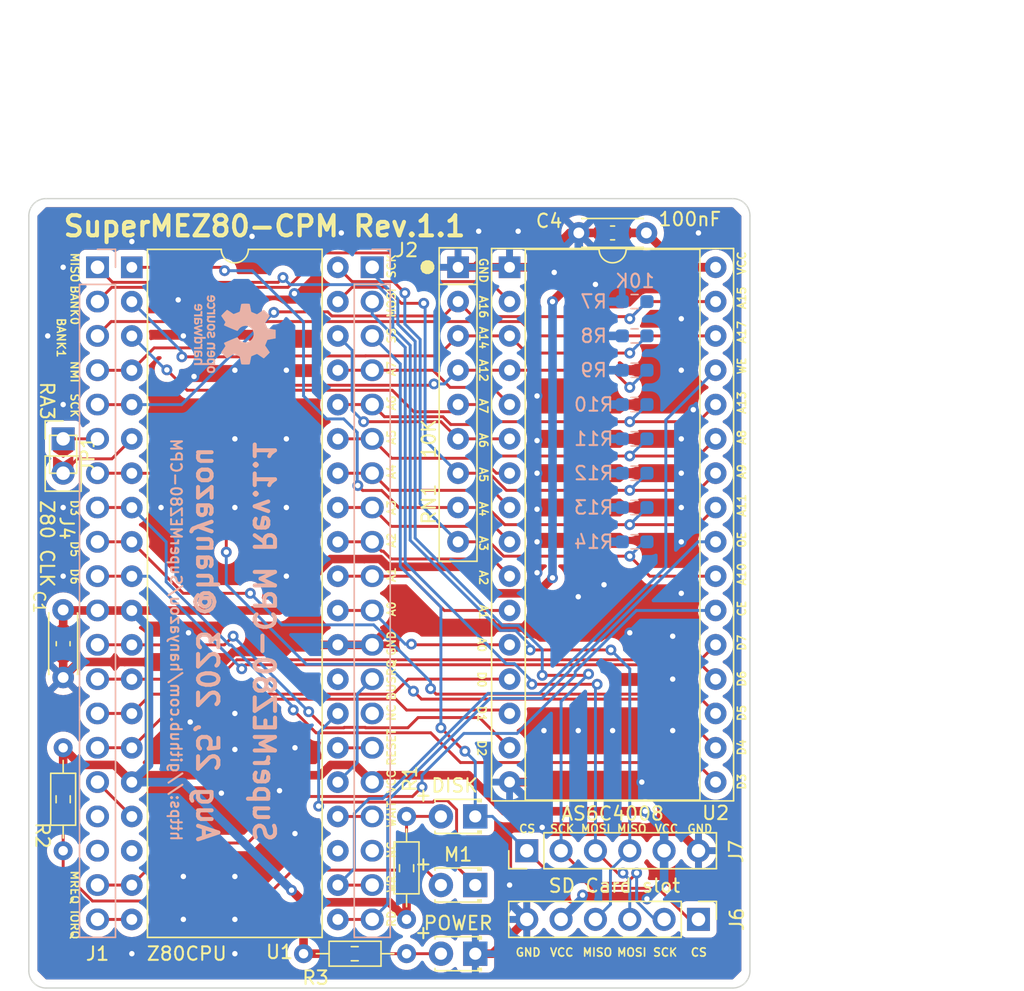
<source format=kicad_pcb>
(kicad_pcb (version 20221018) (generator pcbnew)
  (layers (0 "F.Cu" signal) (31 "B.Cu" signal) (34 "B.Paste" user) (35 "F.Paste" user) (36 "B.SilkS" user "B.Silkscreen") (37 "F.SilkS" user "F.Silkscreen") (38 "B.Mask" user) (39 "F.Mask" user) (44 "Edge.Cuts" user))
  (net 0 "")
  (net 1 "VCC")
  (net 2 "Net-(D1-A)")
  (net 3 "MISO")
  (net 4 "~{NMI}")
  (net 5 "~{WAIT}")
  (net 6 "RA3")
  (net 7 "D4")
  (net 8 "D3")
  (net 9 "D5")
  (net 10 "D6")
  (net 11 "D2")
  (net 12 "D7")
  (net 13 "D0")
  (net 14 "D1")
  (net 17 "~{CE}")
  (net 18 "~{IORQ}")
  (net 19 "A15")
  (net 20 "A14")
  (net 21 "A7")
  (net 22 "A6")
  (net 23 "A5")
  (net 24 "A4")
  (net 25 "A3")
  (net 26 "A2")
  (net 27 "A1")
  (net 28 "A0")
  (net 29 "~{WE}")
  (net 31 "~{RESET}")
  (net 32 "~{OE}")
  (net 34 "~{BUSRQ}")
  (net 35 "A16")
  (net 36 "A17")
  (net 37 "A8")
  (net 38 "MOSI")
  (net 39 "SCK")
  (net 40 "CLK")
  (net 41 "A12")
  (net 42 "A13")
  (net 43 "A9")
  (net 44 "A11")
  (net 45 "A10")
  (net 47 "GND")
  (net 50 "Net-(D2-A)")
  (net 51 "~{M1}")
  (net 52 "Net-(D3-A)")
  (net 53 "~{SS}")
  (footprint "Connector_PinHeader_2.54mm:PinHeader_1x02_P2.54mm_Vertical" (layer "F.Cu") (at 78.74 74.93)
    (fp_text reference "J4")
    (fp_text value "Conn_02x01")
  )
  (footprint "Capacitor_SMD:C_0603_1608Metric_Pad1.08x0.95mm_HandSolder" (layer "F.Cu") (at 119.38 59.69 180)
    (fp_text reference "C8" hide)
    (fp_text value "100nF")
  )
  (footprint "Package_DIP:DIP-32_W15.24mm_Socket" (layer "F.Cu") (at 111.76 62.23)
    (fp_text reference "U2")
    (fp_text value "AS6C4008")
  )
  (footprint "LED_THT:LED_D1.8mm_W3.3mm_H2.4mm" (layer "F.Cu") (at 109.22 102.87 180)
    (fp_text reference "D1" hide)
    (fp_text value "DISK")
  )
  (footprint "Resistor_SMD:R_0603_1608Metric_Pad0.98x0.95mm_HandSolder" (layer "F.Cu") (at 78.74 101.6 -90)
    (fp_text reference "R5" hide)
    (fp_text value "100")
  )
  (footprint "Connector_PinHeader_2.54mm:PinHeader_1x06_P2.54mm_Vertical" (layer "F.Cu") (at 125.73 110.49 -90)
    (fp_text reference "J6")
    (fp_text value "SD Card slot" hide)
  )
  (footprint "Resistor_THT:R_Axial_DIN0204_L3.6mm_D1.6mm_P7.62mm_Horizontal" (layer "F.Cu") (at 78.74 97.79 -90)
    (fp_text reference "R2")
    (fp_text value "100")
  )
  (footprint "Capacitor_SMD:C_0603_1608Metric_Pad1.08x0.95mm_HandSolder" (layer "F.Cu") (at 78.74 90.09 -90)
    (fp_text reference "C5")
    (fp_text value "100nF" hide)
  )
  (footprint "Resistor_SMD:R_0603_1608Metric_Pad0.98x0.95mm_HandSolder" (layer "F.Cu") (at 104.14 106.7035 90)
    (fp_text reference "R4" hide)
    (fp_text value "100" hide)
  )
  (footprint "Resistor_THT:R_Axial_DIN0204_L3.6mm_D1.6mm_P7.62mm_Horizontal" (layer "F.Cu") (at 104.14 110.49 90)
    (fp_text reference "R1")
    (fp_text value "100")
  )
  (footprint "Connector_PinHeader_2.54mm:PinHeader_1x06_P2.54mm_Vertical" (layer "F.Cu") (at 113.03 105.41 90)
    (fp_text reference "J7")
    (fp_text value "SD Card slot")
  )
  (footprint "LED_THT:LED_D1.8mm_W3.3mm_H2.4mm" (layer "F.Cu") (at 109.225 113.03 180)
    (fp_text reference "D3" hide)
    (fp_text value "POWER")
  )
  (footprint "Capacitor_THT:C_Disc_D4.3mm_W1.9mm_P5.00mm" (layer "F.Cu") (at 121.88 59.69 180)
    (fp_text reference "C4")
    (fp_text value "100nF")
  )
  (footprint "Capacitor_THT:C_Disc_D4.3mm_W1.9mm_P5.00mm" (layer "F.Cu") (at 78.74 87.59 -90)
    (fp_text reference "C1" hide)
    (fp_text value "100nF" hide)
  )
  (footprint "Resistor_SMD:R_0603_1608Metric_Pad0.98x0.95mm_HandSolder" (layer "F.Cu") (at 100.3065 113.03)
    (fp_text reference "R6" hide)
    (fp_text value "100")
  )
  (footprint "Jumper:SolderJumper-2_P1.3mm_Open_TrianglePad1.0x1.5mm" (layer "F.Cu") (at 78.74 76.073 -90)
    (fp_text reference "JP1")
    (fp_text value "Jumper_2_Open")
  )
  (footprint "Package_DIP:DIP-40_W15.24mm" (layer "F.Cu") (at 83.815 62.235)
    (fp_text reference "U1")
    (fp_text value "Z80CPU")
  )
  (footprint "Resistor_THT:R_Array_SIP9" (layer "F.Cu") (at 107.95 62.23 -90)
    (fp_text reference "RN1")
    (fp_text value "10K")
  )
  (footprint "Resistor_THT:R_Axial_DIN0204_L3.6mm_D1.6mm_P7.62mm_Horizontal" (layer "F.Cu") (at 96.52 113.03)
    (fp_text reference "R3")
    (fp_text value "100")
  )
  (footprint "LED_THT:LED_D1.8mm_W3.3mm_H2.4mm" (layer "F.Cu") (at 109.22 107.95 180)
    (fp_text reference "D2" hide)
    (fp_text value "M1")
  )
  (footprint "Symbol:OSHW-Logo_5.7x6mm_SilkScreen" (layer "B.Cu") (at 91.44 67.183 90)
    (fp_text reference "REF**" hide)
    (fp_text value "OSHW-Logo_5.7x6mm_SilkScreen" hide)
  )
  (footprint "Connector_PinHeader_2.54mm:PinHeader_1x20_P2.54mm_Vertical" (layer "B.Cu") (at 81.28 62.23 180)
    (fp_text reference "J1")
    (fp_text value "EMUZ80_0")
  )
  (footprint "Resistor_SMD:R_0603_1608Metric_Pad0.98x0.95mm_HandSolder" (layer "B.Cu") (at 121.0075 80.01 180)
    (fp_text reference "R13")
    (fp_text value "10K")
  )
  (footprint "Connector_PinHeader_2.54mm:PinHeader_1x20_P2.54mm_Vertical" (layer "B.Cu") (at 101.6 62.23 180)
    (fp_text reference "J2")
    (fp_text value "EMUZ80")
  )
  (footprint "Resistor_SMD:R_0603_1608Metric_Pad0.98x0.95mm_HandSolder" (layer "B.Cu") (at 121.0075 77.47 180)
    (fp_text reference "R12")
    (fp_text value "10K")
  )
  (footprint "Resistor_SMD:R_0603_1608Metric_Pad0.98x0.95mm_HandSolder" (layer "B.Cu") (at 121.0075 69.85 180)
    (fp_text reference "R9")
    (fp_text value "10K")
  )
  (footprint "Resistor_SMD:R_0603_1608Metric_Pad0.98x0.95mm_HandSolder" (layer "B.Cu") (at 121.0075 82.55 180)
    (fp_text reference "R14")
    (fp_text value "10K")
  )
  (footprint "Resistor_SMD:R_0603_1608Metric_Pad0.98x0.95mm_HandSolder" (layer "B.Cu") (at 121.0075 67.31 180)
    (fp_text reference "R8")
    (fp_text value "10K")
  )
  (footprint "Resistor_SMD:R_0603_1608Metric_Pad0.98x0.95mm_HandSolder" (layer "B.Cu") (at 121.0075 74.93 180)
    (fp_text reference "R11")
    (fp_text value "10K")
  )
  (footprint "Resistor_SMD:R_0603_1608Metric_Pad0.98x0.95mm_HandSolder" (layer "B.Cu") (at 121.0075 72.39 180)
    (fp_text reference "R10")
    (fp_text value "10K")
  )
  (footprint "Resistor_SMD:R_0603_1608Metric_Pad0.98x0.95mm_HandSolder" (layer "B.Cu") (at 121.0075 64.77 180)
    (fp_text reference "R7")
    (fp_text value "10K")
  )
  (gr_line (start 76.2 58.42) (end 76.2 114.3) (stroke (width 0.1)) (layer "Edge.Cuts"))
  (gr_arc (start 77.47 115.57) (mid 76.571974 115.198026) (end 76.2 114.3) (stroke (width 0.1)) (layer "Edge.Cuts"))
  (gr_arc (start 76.2 58.42) (mid 76.571974 57.521974) (end 77.47 57.15) (stroke (width 0.1)) (layer "Edge.Cuts"))
  (gr_line (start 128.27 115.57) (end 77.47 115.57) (stroke (width 0.1)) (layer "Edge.Cuts"))
  (gr_arc (start 128.27 57.15) (mid 129.168026 57.521974) (end 129.54 58.42) (stroke (width 0.1)) (layer "Edge.Cuts"))
  (gr_line (start 128.27 57.15) (end 77.47 57.15) (stroke (width 0.1)) (layer "Edge.Cuts"))
  (gr_arc (start 129.54 114.3) (mid 129.168026 115.198026) (end 128.27 115.57) (stroke (width 0.1)) (layer "Edge.Cuts"))
  (gr_line (start 129.54 58.42) (end 129.54 114.3) (stroke (width 0.1)) (layer "Edge.Cuts"))
  (gr_text "https://github.com/hanyazou/SuperMEZ80-CPM" (at 86.614 104.775 -90) (layer "B.SilkS") (effects (font (size 0.8 0.8) (thickness 0.15) bold) (justify left bottom mirror)))
  (gr_text "Aug 25, 2023 @hanyazou" (at 88.519 104.902 270) (layer "B.SilkS") (effects (font (size 1.5 1.5) (thickness 0.3) bold) (justify left bottom mirror)))
  (gr_text "SuperMEZ80-CPM Rev.1.1" (at 92.71 104.902 270) (layer "B.SilkS") (effects (font (size 1.5 1.5) (thickness 0.3) bold) (justify left bottom mirror)))
  (gr_text "MOSI" (at 116.967 104.14) (layer "F.SilkS") (effects (font (size 0.6 0.6) (thickness 0.12) bold) (justify left bottom)))
  (gr_text "SCK" (at 122.301 113.284) (layer "F.SilkS") (effects (font (size 0.6 0.6) (thickness 0.12) bold) (justify left bottom)))
  (gr_text "SuperMEZ80-CPM Rev.1.1" (at 78.613 60.071) (layer "F.SilkS") (effects (font (size 1.5 1.5) (thickness 0.3) bold) (justify left bottom)))
  (gr_text "CE" (at 129.286 88.138 90) (layer "F.SilkS") (effects (font (size 0.6 0.6) (thickness 0.12) bold) (justify left bottom)))
  (gr_text "+" (at 104.6625 112.014724) (layer "F.SilkS") (effects (font (size 1 1)) (justify left bottom)))
  (gr_text "BUSRQ" (at 103.378 94.361 90) (layer "F.SilkS") (effects (font (size 0.6 0.6) (thickness 0.12) bold) (justify left bottom)))
  (gr_text "A6" (at 103.378 72.898 90) (layer "F.SilkS") (effects (font (size 0.6 0.6) (thickness 0.12) bold) (justify left bottom)))
  (gr_text "VCC" (at 122.428 104.14) (layer "F.SilkS") (effects (font (size 0.6 0.6) (thickness 0.12) bold) (justify left bottom)))
  (gr_text "A6" (at 109.474 74.422 270) (layer "F.SilkS") (effects (font (size 0.6 0.6) (thickness 0.12) bold) (justify left bottom)))
  (gr_text "A15" (at 129.286 65.405 90) (layer "F.SilkS") (effects (font (size 0.6 0.6) (thickness 0.12) bold) (justify left bottom)))
  (gr_text "RESET" (at 103.378 99.187 90) (layer "F.SilkS") (effects (font (size 0.6 0.6) (thickness 0.12) bold) (justify left bottom)))
  (gr_text "D3" (at 79.248 79.375 270) (layer "F.SilkS") (effects (font (size 0.6 0.6) (thickness 0.12) bold) (justify left bottom)))
  (gr_text "A4" (at 103.378 77.978 90) (layer "F.SilkS") (effects (font (size 0.6 0.6) (thickness 0.12) bold) (justify left bottom)))
  (gr_text "MISO" (at 117.094 113.284) (layer "F.SilkS") (effects (font (size 0.6 0.6) (thickness 0.12) bold) (justify left bottom)))
  (gr_text "A14" (at 109.474 66.548 270) (layer "F.SilkS") (effects (font (size 0.6 0.6) (thickness 0.12) bold) (justify left bottom)))
  (gr_text "A7" (at 103.378 70.358 90) (layer "F.SilkS") (effects (font (size 0.6 0.6) (thickness 0.12) bold) (justify left bottom)))
  (gr_text "VCC" (at 129.286 62.865 90) (layer "F.SilkS") (effects (font (size 0.6 0.6) (thickness 0.12) bold) (justify left bottom)))
  (gr_text "A0" (at 109.347 89.535 270) (layer "F.SilkS") (effects (font (size 0.6 0.6) (thickness 0.12) bold) (justify left bottom)))
  (gr_text "D6" (at 129.286 93.345 90) (layer "F.SilkS") (effects (font (size 0.6 0.6) (thickness 0.12) bold) (justify left bottom)))
  (gr_text "A5" (at 103.378 75.438 90) (layer "F.SilkS") (effects (font (size 0.6 0.6) (thickness 0.12) bold) (justify left bottom)))
  (gr_text "A0" (at 103.378 88.138 90) (layer "F.SilkS") (effects (font (size 0.6 0.6) (thickness 0.12) bold) (justify left bottom)))
  (gr_text "VCC" (at 103.378 101.219 90) (layer "F.SilkS") (effects (font (size 0.6 0.6) (thickness 0.12) bold) (justify left bottom)))
  (gr_text "BANK1" (at 78.232 65.913 270) (layer "F.SilkS") (effects (font (size 0.6 0.6) (thickness 0.12) bold) (justify left bottom)))
  (gr_text "+" (at 104.6625 106.934724) (layer "F.SilkS") (effects (font (size 1 1)) (justify left bottom)))
  (gr_text "MOSI" (at 103.378 66.04 90) (layer "F.SilkS") (effects (font (size 0.6 0.6) (thickness 0.12) bold) (justify left bottom)))
  (gr_text "CS" (at 112.395 104.14) (layer "F.SilkS") (effects (font (size 0.6 0.6) (thickness 0.12) bold) (justify left bottom)))
  (gr_text "SS" (at 103.378 67.945 90) (layer "F.SilkS") (effects (font (size 0.6 0.6) (thickness 0.12) bold) (justify left bottom)))
  (gr_text "A7" (at 109.474 71.882 270) (layer "F.SilkS") (effects (font (size 0.6 0.6) (thickness 0.12) bold) (justify left bottom)))
  (gr_text "NC" (at 103.378 95.885 90) (layer "F.SilkS") (effects (font (size 0.6 0.6) (thickness 0.12) bold) (justify left bottom)))
  (gr_text "A13" (at 129.286 73.152 90) (layer "F.SilkS") (effects (font (size 0.6 0.6) (thickness 0.12) bold) (justify left bottom)))
  (gr_text "MISO" (at 119.634 104.14) (layer "F.SilkS") (effects (font (size 0.6 0.6) (thickness 0.12) bold) (justify left bottom)))
  (gr_text "D2" (at 109.347 97.155 270) (layer "F.SilkS") (effects (font (size 0.6 0.6) (thickness 0.12) bold) (justify left bottom)))
  (gr_text "D0" (at 109.347 92.075 270) (layer "F.SilkS") (effects (font (size 0.6 0.6) (thickness 0.12) bold) (justify left bottom)))
  (gr_text "A3" (at 109.474 82.042 270) (layer "F.SilkS") (effects (font (size 0.6 0.6) (thickness 0.12) bold) (justify left bottom)))
  (gr_text "CS" (at 125.095 113.284) (layer "F.SilkS") (effects (font (size 0.6 0.6) (thickness 0.12) bold) (justify left bottom)))
  (gr_text "GND" (at 112.141 113.284) (layer "F.SilkS") (effects (font (size 0.6 0.6) (thickness 0.12) bold) (justify left bottom)))
  (gr_text "MREQ" (at 79.248 106.807 270) (layer "F.SilkS") (effects (font (size 0.6 0.6) (thickness 0.12) bold) (justify left bottom)))
  (gr_text "SCK" (at 103.378 63.119 90) (layer "F.SilkS") (effects (font (size 0.6 0.6) (thickness 0.12) bold) (justify left bottom)))
  (gr_text "BANK0" (at 79.248 63.5 270) (layer "F.SilkS") (effects (font (size 0.6 0.6) (thickness 0.12) bold) (justify left bottom)))
  (gr_text "A10" (at 129.286 85.852 90) (layer "F.SilkS") (effects (font (size 0.6 0.6) (thickness 0.12) bold) (justify left bottom)))
  (gr_text "SCK" (at 114.681 104.14) (layer "F.SilkS") (effects (font (size 0.6 0.6) (thickness 0.12) bold) (justify left bottom)))
  (gr_text "GND" (at 124.841 104.14) (layer "F.SilkS") (effects (font (size 0.6 0.6) (thickness 0.12) bold) (justify left bottom)))
  (gr_text "NC" (at 103.378 106.045 90) (layer "F.SilkS") (effects (font (size 0.6 0.6) (thickness 0.12) bold) (justify left bottom)))
  (gr_text "IORQ" (at 79.248 109.728 270) (layer "F.SilkS") (effects (font (size 0.6 0.6) (thickness 0.12) bold) (justify left bottom)))
  (gr_text "SCK" (at 79.248 71.501 270) (layer "F.SilkS") (effects (font (size 0.6 0.6) (thickness 0.12) bold) (justify left bottom)))
  (gr_text "MISO" (at 79.248 61.087 270) (layer "F.SilkS") (effects (font (size 0.6 0.6) (thickness 0.12) bold) (justify left bottom)))
  (gr_text "A16" (at 109.474 64.262 270) (layer "F.SilkS") (effects (font (size 0.6 0.6) (thickness 0.12) bold) (justify left bottom)))
  (gr_text "A3" (at 103.378 80.645 90) (layer "F.SilkS") (effects (font (size 0.6 0.6) (thickness 0.12) bold) (justify left bottom)))
  (gr_text "WE" (at 129.286 70.231 90) (layer "F.SilkS") (effects (font (size 0.6 0.6) (thickness 0.12) bold) (justify left bottom)))
  (gr_text "D6" (at 79.248 84.455 270) (layer "F.SilkS") (effects (font (size 0.6 0.6) (thickness 0.12) bold) (justify left bottom)))
  (gr_text "D4" (at 129.286 98.425 90) (layer "F.SilkS") (effects (font (size 0.6 0.6) (thickness 0.12) bold) (justify left bottom)))
  (gr_text "A2" (at 103.378 83.058 90) (layer "F.SilkS") (effects (font (size 0.6 0.6) (thickness 0.12) bold) (justify left bottom)))
  (gr_text "WAIT" (at 103.378 103.759 90) (layer "F.SilkS") (effects (font (size 0.6 0.6) (thickness 0.12) bold) (justify left bottom)))
  (gr_text "VCC" (at 114.681 113.284) (layer "F.SilkS") (effects (font (size 0.6 0.6) (thickness 0.12) bold) (justify left bottom)))
  (gr_text "GND" (at 109.474 61.468 270) (layer "F.SilkS") (effects (font (size 0.6 0.6) (thickness 0.12) bold) (justify left bottom)))
  (gr_text "A1" (at 103.378 85.598 90) (layer "F.SilkS") (effects (font (size 0.6 0.6) (thickness 0.12) bold) (justify left bottom)))
  (gr_text "A8" (at 129.286 75.438 90) (layer "F.SilkS") (effects (font (size 0.6 0.6) (thickness 0.12) bold) (justify left bottom)))
  (gr_text "D5" (at 79.248 82.423 270) (layer "F.SilkS") (effects (font (size 0.6 0.6) (thickness 0.12) bold) (justify left bottom)))
  (gr_text "+" (at 104.6625 101.854724) (layer "F.SilkS") (effects (font (size 1 1)) (justify left bottom)))
  (gr_text "D3" (at 129.286 100.965 90) (layer "F.SilkS") (effects (font (size 0.6 0.6) (thickness 0.12) bold) (justify left bottom)))
  (gr_text "A11" (at 129.286 80.772 90) (layer "F.SilkS") (effects (font (size 0.6 0.6) (thickness 0.12) bold) (justify left bottom)))
  (gr_text "GND" (at 103.378 91.059 90) (layer "F.SilkS") (effects (font (size 0.6 0.6) (thickness 0.12) bold) (justify left bottom)))
  (gr_text "A12" (at 109.474 68.961 270) (layer "F.SilkS") (effects (font (size 0.6 0.6) (thickness 0.12) bold) (justify left bottom)))
  (gr_text "MOSI" (at 119.634 113.284) (layer "F.SilkS") (effects (font (size 0.6 0.6) (thickness 0.12) bold) (justify left bottom)))
  (gr_text "A1" (at 109.474 87.122 270) (layer "F.SilkS") (effects (font (size 0.6 0.6) (thickness 0.12) bold) (justify left bottom)))
  (gr_text "NMI" (at 79.248 69.088 270) (layer "F.SilkS") (effects (font (size 0.6 0.6) (thickness 0.12) bold) (justify left bottom)))
  (gr_text "A4" (at 109.474 79.502 270) (layer "F.SilkS") (effects (font (size 0.6 0.6) (thickness 0.12) bold) (justify left bottom)))
  (gr_text "A17" (at 129.286 67.945 90) (layer "F.SilkS") (effects (font (size 0.6 0.6) (thickness 0.12) bold) (justify left bottom)))
  (gr_text "Z80 CLK" (at 76.962 79.375 -90) (layer "F.SilkS") (effects (font (size 1 1)) (justify left bottom)))
  (gr_text "D5" (at 129.286 95.885 90) (layer "F.SilkS") (effects (font (size 0.6 0.6) (thickness 0.12) bold) (justify left bottom)))
  (gr_text "A5" (at 109.474 76.962 270) (layer "F.SilkS") (effects (font (size 0.6 0.6) (thickness 0.12) bold) (justify left bottom)))
  (gr_text "D7" (at 129.286 90.678 90) (layer "F.SilkS") (effects (font (size 0.6 0.6) (thickness 0.12) bold) (justify left bottom)))
  (gr_text "SD Card slot" (at 114.554 108.585) (layer "F.SilkS") (effects (font (size 1 1)) (justify left bottom)))
  (gr_text "A2" (at 109.474 84.582 270) (layer "F.SilkS") (effects (font (size 0.6 0.6) (thickness 0.12) bold) (justify left bottom)))
  (gr_text "OE" (at 129.286 83.058 90) (layer "F.SilkS") (effects (font (size 0.6 0.6) (thickness 0.12) bold) (justify left bottom)))
  (gr_text "A9" (at 129.286 77.978 90) (layer "F.SilkS") (effects (font (size 0.6 0.6) (thickness 0.12) bold) (justify left bottom)))
  (gr_text "RD" (at 103.378 111.125 90) (layer "F.SilkS") (effects (font (size 0.6 0.6) (thickness 0.12) bold) (justify left bottom)))
  (gr_text "●" (at 104.902 62.738) (layer "F.SilkS") (effects (font (size 1 1) (thickness 0.25) bold) (justify left bottom)))
  (gr_text "WR" (at 103.378 108.585 90) (layer "F.SilkS") (effects (font (size 0.6 0.6) (thickness 0.12) bold) (justify left bottom)))
  (gr_text "D1" (at 109.347 94.615 270) (layer "F.SilkS") (effects (font (size 0.6 0.6) (thickness 0.12) bold) (justify left bottom)))
  (gr_text "RA3" (at 76.962 70.612 -90) (layer "F.SilkS") (effects (font (size 1 1)) (justify left bottom)))
  (segment (start 121.88 59.69) (end 120.2425 59.69) (width 0.635) (layer "F.Cu") (net 1))
  (segment (start 94.71909 87.635) (end 98.52899 83.8251) (width 0.635) (layer "F.Cu") (net 1))
  (segment (start 98.52899 99.0651) (end 100.3351 99.0651) (width 0.635) (layer "F.Cu") (net 1))
  (segment (start 117.242506 108.769649) (end 117.160007 108.68715) (width 0.635) (layer "F.Cu") (net 1))
  (segment (start 110.4899 86.3599) (end 113.7921 86.3599) (width 0.635) (layer "F.Cu") (net 1))
  (segment (start 83.815 87.635) (end 81.285 87.635) (width 0.635) (layer "F.Cu") (net 1))
  (segment (start 111.379 102.489) (end 108.712 99.822) (width 0.635) (layer "F.Cu") (net 1))
  (segment (start 81.285 87.635) (end 81.28 87.63) (width 0.635) (layer "F.Cu") (net 1))
  (segment (start 117.475 62.23) (end 114.935 64.77) (width 0.635) (layer "F.Cu") (net 1))
  (segment (start 121.92 108.977651) (end 121.711998 108.769649) (width 0.635) (layer "F.Cu") (net 1))
  (segment (start 83.815 100.335) (end 82.5401 99.0601) (width 0.635) (layer "F.Cu") (net 1))
  (segment (start 96.52 109.22) (end 95.9485 108.6485) (width 0.635) (layer "F.Cu") (net 1))
  (segment (start 121.793 102.489) (end 111.379 102.489) (width 0.635) (layer "F.Cu") (net 1))
  (segment (start 100.0759 109.2199) (end 102.8699 109.2199) (width 0.635) (layer "F.Cu") (net 1))
  (segment (start 95.9485 108.6485) (end 95.631 108.331) (width 0.635) (layer "F.Cu") (net 1))
  (segment (start 102.108 99.822) (end 101.6 100.33) (width 0.635) (layer "F.Cu") (net 1))
  (segment (start 96.52 113.03) (end 96.52 109.22) (width 0.635) (layer "F.Cu") (net 1))
  (segment (start 80.0101 99.0601) (end 78.74 97.79) (width 0.635) (layer "F.Cu") (net 1))
  (segment (start 121.711998 108.769649) (end 117.242506 108.769649) (width 0.635) (layer "F.Cu") (net 1))
  (segment (start 101.01899 83.8251) (end 101.02399 83.8201) (width 0.635) (layer "F.Cu") (net 1))
  (segment (start 101.02399 83.8201) (end 102.17601 83.8201) (width 0.635) (layer "F.Cu") (net 1))
  (segment (start 108.527351 84.397351) (end 110.4899 86.3599) (width 0.635) (layer "F.Cu") (net 1))
  (segment (start 100.0709 109.2249) (end 100.0759 109.2199) (width 0.635) (layer "F.Cu") (net 1))
  (segment (start 104.14 107.616) (end 104.14 110.49) (width 0.635) (layer "F.Cu") (net 1))
  (segment (start 78.74 100.6875) (end 78.74 97.79) (width 0.635) (layer "F.Cu") (net 1))
  (segment (start 95.9485 108.6485) (end 96.5249 109.2249) (width 0.635) (layer "F.Cu") (net 1))
  (segment (start 97.77209 99.822) (end 98.52899 99.0651) (width 0.635) (layer "F.Cu") (net 1))
  (segment (start 78.78 87.63) (end 78.74 87.59) (width 0.635) (layer "F.Cu") (net 1))
  (segment (start 84.328 99.822) (end 97.77209 99.822) (width 0.635) (layer "F.Cu") (net 1))
  (segment (start 98.52899 83.8251) (end 101.01899 83.8251) (width 0.635) (layer "F.Cu") (net 1))
  (segment (start 82.5401 99.0601) (end 80.0101 99.0601) (width 0.635) (layer "F.Cu") (net 1))
  (segment (start 124.42 62.23) (end 121.88 59.69) (width 0.635) (layer "F.Cu") (net 1))
  (segment (start 83.815 87.635) (end 94.71909 87.635) (width 0.635) (layer "F.Cu") (net 1))
  (segment (start 99.394 113.03) (end 96.52 113.03) (width 0.635) (layer "F.Cu") (net 1))
  (segment (start 78.74 87.59) (end 78.74 89.2275) (width 0.635) (layer "F.Cu") (net 1))
  (segment (start 127 62.23) (end 117.475 62.23) (width 0.635) (layer "F.Cu") (net 1))
  (segment (start 102.753261 84.397351) (end 108.527351 84.397351) (width 0.635) (layer "F.Cu") (net 1))
  (segment (start 100.3351 99.0651) (end 101.6 100.33) (width 0.635) (layer "F.Cu") (net 1))
  (segment (start 96.5249 109.2249) (end 100.0709 109.2249) (width 0.635) (layer "F.Cu") (net 1))
  (segment (start 102.8699 109.2199) (end 104.14 110.49) (width 0.635) (layer "F.Cu") (net 1))
  (segment (start 108.712 99.822) (end 102.108 99.822) (width 0.635) (layer "F.Cu") (net 1))
  (segment (start 83.815 100.335) (end 84.328 99.822) (width 0.635) (layer "F.Cu") (net 1))
  (segment (start 81.28 87.63) (end 78.78 87.63) (width 0.635) (layer "F.Cu") (net 1))
  (segment (start 127 62.23) (end 124.42 62.23) (width 0.635) (layer "F.Cu") (net 1))
  (segment (start 113.7921 86.3599) (end 114.935 85.217) (width 0.635) (layer "F.Cu") (net 1))
  (segment (start 102.17601 83.8201) (end 102.753261 84.397351) (width 0.635) (layer "F.Cu") (net 1))
  (via (at 121.92 108.977651) (size 0.8) (drill 0.4) (layers "F.Cu" "B.Cu") (net 1))
  (via (at 95.631 108.331) (size 0.8) (drill 0.4) (layers "F.Cu" "B.Cu") (net 1))
  (via (at 114.935 85.217) (size 0.8) (drill 0.4) (layers "F.Cu" "B.Cu") (net 1))
  (via (at 114.935 64.77) (size 0.8) (drill 0.4) (layers "F.Cu" "B.Cu") (net 1))
  (via (at 117.160007 108.68715) (size 0.8) (drill 0.4) (layers "F.Cu" "B.Cu") (net 1))
  (via (at 121.793 102.489) (size 0.8) (drill 0.4) (layers "F.Cu" "B.Cu") (net 1))
  (segment (start 83.815 100.335) (end 85.0849 99.0651) (width 0.635) (layer "B.Cu") (net 1))
  (segment (start 85.0849 99.0651) (end 85.0849 88.9049) (width 0.635) (layer "B.Cu") (net 1))
  (segment (start 115.57 110.49) (end 117.160007 108.899993) (width 0.635) (layer "B.Cu") (net 1))
  (segment (start 85.0849 88.9049) (end 83.815 87.635) (width 0.635) (layer "B.Cu") (net 1))
  (segment (start 117.160007 108.899993) (end 117.160007 108.68715) (width 0.635) (layer "B.Cu") (net 1))
  (segment (start 114.935 83.185) (end 114.935 64.77) (width 0.635) (layer "B.Cu") (net 1))
  (segment (start 123.19 105.41) (end 123.19 107.707651) (width 0.635) (layer "B.Cu") (net 1))
  (segment (start 123.19 103.886) (end 121.793 102.489) (width 0.635) (layer "B.Cu") (net 1))
  (segment (start 87.635 100.335) (end 83.815 100.335) (width 0.635) (layer "B.Cu") (net 1))
  (segment (start 95.631 108.331) (end 87.635 100.335) (width 0.635) (layer "B.Cu") (net 1))
  (segment (start 123.19 105.41) (end 123.19 103.886) (width 0.635) (layer "B.Cu") (net 1))
  (segment (start 123.19 107.707651) (end 121.92 108.977651) (width 0.635) (layer "B.Cu") (net 1))
  (segment (start 114.935 83.185) (end 114.935 85.217) (width 0.635) (layer "B.Cu") (net 1))
  (segment (start 106.68 102.87) (end 104.14 102.87) (width 0.2159) (layer "F.Cu") (net 2))
  (segment (start 104.14 102.87) (end 104.14 105.7675) (width 0.2159) (layer "F.Cu") (net 2))
  (segment (start 94.641151 63.346849) (end 94.996 62.992) (width 0.2159) (layer "F.Cu") (net 3))
  (segment (start 82.396849 63.346849) (end 94.641151 63.346849) (width 0.2159) (layer "F.Cu") (net 3))
  (segment (start 113.284 90.551) (end 119.253 90.551) (width 0.2159) (layer "F.Cu") (net 3))
  (segment (start 81.28 62.23) (end 82.396849 63.346849) (width 0.2159) (layer "F.Cu") (net 3))
  (via (at 113.284 90.551) (size 0.8) (drill 0.4) (layers "F.Cu" "B.Cu") (net 3))
  (via (at 119.253 90.551) (size 0.8) (drill 0.4) (layers "F.Cu" "B.Cu") (net 3))
  (via (at 94.996 62.992) (size 0.8) (drill 0.4) (layers "F.Cu" "B.Cu") (net 3))
  (segment (start 119.22035 109.37965) (end 119.22035 106.83965) (width 0.2159) (layer "B.Cu") (net 3))
  (segment (start 120.65 91.948) (end 119.253 90.551) (width 0.2159) (layer "B.Cu") (net 3))
  (segment (start 95.520565 63.516565) (end 94.996 62.992) (width 0.2159) (layer "B.Cu") (net 3))
  (segment (start 119.22035 106.83965) (end 120.65 105.41) (width 0.2159) (layer "B.Cu") (net 3))
  (segment (start 120.65 105.41) (end 120.65 91.948) (width 0.2159) (layer "B.Cu") (net 3))
  (segment (start 104.408742 82.437742) (end 104.408742 68.008342) (width 0.2159) (layer "B.Cu") (net 3))
  (segment (start 103.124 64.711469) (end 101.929096 63.516565) (width 0.2159) (layer "B.Cu") (net 3))
  (segment (start 113.284 90.194438) (end 112.199212 89.10965) (width 0.2159) (layer "B.Cu") (net 3))
  (segment (start 103.124 66.7236) (end 103.124 64.711469) (width 0.2159) (layer "B.Cu") (net 3))
  (segment (start 101.929096 63.516565) (end 95.520565 63.516565) (width 0.2159) (layer "B.Cu") (net 3))
  (segment (start 118.11 110.49) (end 119.22035 109.37965) (width 0.2159) (layer "B.Cu") (net 3))
  (segment (start 112.199212 89.10965) (end 111.08065 89.10965) (width 0.2159) (layer "B.Cu") (net 3))
  (segment (start 104.408742 68.008342) (end 103.124 66.7236) (width 0.2159) (layer "B.Cu") (net 3))
  (segment (start 113.284 90.551) (end 113.284 90.194438) (width 0.2159) (layer "B.Cu") (net 3))
  (segment (start 111.08065 89.10965) (end 104.408742 82.437742) (width 0.2159) (layer "B.Cu") (net 3))
  (segment (start 81.28 100.34) (end 81.28 100.33) (width 0.2159) (layer "F.Cu") (net 4))
  (segment (start 83.815 102.875) (end 81.28 100.34) (width 0.2159) (layer "F.Cu") (net 4))
  (segment (start 101.595 102.875) (end 101.6 102.87) (width 0.2159) (layer "F.Cu") (net 5))
  (segment (start 99.055 102.875) (end 101.595 102.875) (width 0.2159) (layer "F.Cu") (net 5))
  (segment (start 81.28 74.93) (end 78.74 74.93) (width 0.2159) (layer "F.Cu") (net 6))
  (segment (start 127 97.79) (end 123.39965 94.18965) (width 0.2159) (layer "F.Cu") (net 7))
  (segment (start 90.805 83.312) (end 90.805 81.915) (width 0.2159) (layer "F.Cu") (net 7))
  (segment (start 81.28 77.47) (end 83.81 77.47) (width 0.2159) (layer "F.Cu") (net 7))
  (segment (start 83.81 77.47) (end 83.815 77.475) (width 0.2159) (layer "F.Cu") (net 7))
  (segment (start 123.39965 94.18965) (end 105.23865 94.18965) (width 0.2159) (layer "F.Cu") (net 7))
  (segment (start 90.805 81.915) (end 86.365 77.475) (width 0.2159) (layer "F.Cu") (net 7))
  (segment (start 105.23865 94.18965) (end 104.648 93.599) (width 0.2159) (layer "F.Cu") (net 7))
  (segment (start 86.365 77.475) (end 83.815 77.475) (width 0.2159) (layer "F.Cu") (net 7))
  (via (at 104.648 93.599) (size 0.8) (drill 0.4) (layers "F.Cu" "B.Cu") (net 7))
  (via (at 90.805 83.312) (size 0.8) (drill 0.4) (layers "F.Cu" "B.Cu") (net 7))
  (segment (start 102.660666 91.611666) (end 104.648 93.599) (width 0.2159) (layer "B.Cu") (net 7))
  (segment (start 96.728116 91.611666) (end 102.660666 91.611666) (width 0.2159) (layer "B.Cu") (net 7))
  (segment (start 90.805 85.68855) (end 96.728116 91.611666) (width 0.2159) (layer "B.Cu") (net 7))
  (segment (start 90.805 83.312) (end 90.805 85.68855) (width 0.2159) (layer "B.Cu") (net 7))
  (segment (start 108.128849 98.883249) (end 105.92925 96.68365) (width 0.2159) (layer "F.Cu") (net 8))
  (segment (start 97.44565 96.68365) (end 95.758 94.996) (width 0.2159) (layer "F.Cu") (net 8))
  (segment (start 83.81 80.01) (end 83.815 80.015) (width 0.2159) (layer "F.Cu") (net 8))
  (segment (start 125.553249 98.883249) (end 108.128849 98.883249) (width 0.2159) (layer "F.Cu") (net 8))
  (segment (start 105.92925 96.68365) (end 97.44565 96.68365) (width 0.2159) (layer "F.Cu") (net 8))
  (segment (start 81.28 80.01) (end 83.81 80.01) (width 0.2159) (layer "F.Cu") (net 8))
  (segment (start 127 100.33) (end 125.553249 98.883249) (width 0.2159) (layer "F.Cu") (net 8))
  (via (at 95.758 94.996) (size 0.8) (drill 0.4) (layers "F.Cu" "B.Cu") (net 8))
  (segment (start 91.166681 90.189739) (end 95.758 94.781058) (width 0.2159) (layer "B.Cu") (net 8))
  (segment (start 91.039681 90.189739) (end 91.166681 90.189739) (width 0.2159) (layer "B.Cu") (net 8))
  (segment (start 83.815 80.015) (end 86.36 82.56) (width 0.2159) (layer "B.Cu") (net 8))
  (segment (start 86.36 85.510058) (end 91.039681 90.189739) (width 0.2159) (layer "B.Cu") (net 8))
  (segment (start 86.36 82.56) (end 86.36 85.510058) (width 0.2159) (layer "B.Cu") (net 8))
  (segment (start 95.758 94.781058) (end 95.758 94.996) (width 0.2159) (layer "B.Cu") (net 8))
  (segment (start 83.81 82.55) (end 83.815 82.555) (width 0.2159) (layer "F.Cu") (net 9))
  (segment (start 106.32615 93.82135) (end 105.918 93.4132) (width 0.2159) (layer "F.Cu") (net 9))
  (segment (start 81.28 82.55) (end 83.81 82.55) (width 0.2159) (layer "F.Cu") (net 9))
  (segment (start 92.583 86.36) (end 87.62 86.36) (width 0.2159) (layer "F.Cu") (net 9))
  (segment (start 125.57135 93.82135) (end 106.32615 93.82135) (width 0.2159) (layer "F.Cu") (net 9))
  (segment (start 87.62 86.36) (end 83.815 82.555) (width 0.2159) (layer "F.Cu") (net 9))
  (segment (start 127 95.25) (end 125.57135 93.82135) (width 0.2159) (layer "F.Cu") (net 9))
  (via (at 105.918 93.4132) (size 0.8) (drill 0.4) (layers "F.Cu" "B.Cu") (net 9))
  (via (at 92.583 86.36) (size 0.8) (drill 0.4) (layers "F.Cu" "B.Cu") (net 9))
  (segment (start 94.91835 88.69535) (end 101.707331 88.69535) (width 0.2159) (layer "B.Cu") (net 9))
  (segment (start 101.707331 88.69535) (end 105.918 92.906019) (width 0.2159) (layer "B.Cu") (net 9))
  (segment (start 92.583 86.36) (end 94.91835 88.69535) (width 0.2159) (layer "B.Cu") (net 9))
  (segment (start 105.918 92.906019) (end 105.918 93.4132) (width 0.2159) (layer "B.Cu") (net 9))
  (segment (start 127 92.71) (end 125.93965 91.64965) (width 0.2159) (layer "F.Cu") (net 10))
  (segment (start 125.93965 91.64965) (end 92.24635 91.64965) (width 0.2159) (layer "F.Cu") (net 10))
  (segment (start 92.24635 91.64965) (end 91.948 91.948) (width 0.2159) (layer "F.Cu") (net 10))
  (segment (start 81.28 85.09) (end 83.81 85.09) (width 0.2159) (layer "F.Cu") (net 10))
  (segment (start 83.81 85.09) (end 83.815 85.095) (width 0.2159) (layer "F.Cu") (net 10))
  (via (at 91.948 91.948) (size 0.8) (drill 0.4) (layers "F.Cu" "B.Cu") (net 10))
  (segment (start 85.095 85.095) (end 91.948 91.948) (width 0.2159) (layer "B.Cu") (net 10))
  (segment (start 83.815 85.095) (end 85.095 85.095) (width 0.2159) (layer "B.Cu") (net 10))
  (segment (start 81.28 90.17) (end 83.81 90.17) (width 0.2159) (layer "F.Cu") (net 11))
  (segment (start 99.494212 96.31535) (end 98.09335 96.31535) (width 0.2159) (layer "F.Cu") (net 11))
  (segment (start 98.09335 96.31535) (end 96.901 95.123) (width 0.2159) (layer "F.Cu") (net 11))
  (segment (start 99.526997 96.282565) (end 99.494212 96.31535) (width 0.2159) (layer "F.Cu") (net 11))
  (segment (start 90.667889 90.175) (end 91.313 89.529889) (width 0.2159) (layer "F.Cu") (net 11))
  (segment (start 111.76 97.79) (end 109.5248 95.5548) (width 0.2159) (layer "F.Cu") (net 11))
  (segment (start 83.81 90.17) (end 83.815 90.175) (width 0.2159) (layer "F.Cu") (net 11))
  (segment (start 109.5248 95.5548) (end 104.992247 95.5548) (width 0.2159) (layer "F.Cu") (net 11))
  (segment (start 101.110789 96.31035) (end 101.083004 96.282565) (width 0.2159) (layer "F.Cu") (net 11))
  (segment (start 83.815 90.175) (end 90.667889 90.175) (width 0.2159) (layer "F.Cu") (net 11))
  (segment (start 104.236697 96.31035) (end 101.110789 96.31035) (width 0.2159) (layer "F.Cu") (net 11))
  (segment (start 101.083004 96.282565) (end 99.526997 96.282565) (width 0.2159) (layer "F.Cu") (net 11))
  (segment (start 104.992247 95.5548) (end 104.236697 96.31035) (width 0.2159) (layer "F.Cu") (net 11))
  (via (at 91.313 89.529889) (size 0.8) (drill 0.4) (layers "F.Cu" "B.Cu") (net 11))
  (via (at 96.901 95.123) (size 0.8) (drill 0.4) (layers "F.Cu" "B.Cu") (net 11))
  (segment (start 96.901 95.123) (end 91.313 89.535) (width 0.2159) (layer "B.Cu") (net 11))
  (segment (start 91.313 89.535) (end 91.313 89.529889) (width 0.2159) (layer "B.Cu") (net 11))
  (segment (start 91.586002 91.281849) (end 125.888151 91.281849) (width 0.2159) (layer "F.Cu") (net 12))
  (segment (start 83.815 92.715) (end 90.152851 92.715) (width 0.2159) (layer "F.Cu") (net 12))
  (segment (start 90.152851 92.715) (end 91.586002 91.281849) (width 0.2159) (layer "F.Cu") (net 12))
  (segment (start 81.28 92.71) (end 83.81 92.71) (width 0.2159) (layer "F.Cu") (net 12))
  (segment (start 125.888151 91.281849) (end 127 90.17) (width 0.2159) (layer "F.Cu") (net 12))
  (segment (start 83.81 92.71) (end 83.815 92.715) (width 0.2159) (layer "F.Cu") (net 12))
  (segment (start 83.81 95.25) (end 83.815 95.255) (width 0.2159) (layer "F.Cu") (net 13))
  (segment (start 83.815 95.255) (end 85.248151 93.821849) (width 0.2159) (layer "F.Cu") (net 13))
  (segment (start 85.248151 93.821849) (end 103.155151 93.821849) (width 0.2159) (layer "F.Cu") (net 13))
  (segment (start 104.267 92.71) (end 111.76 92.71) (width 0.2159) (layer "F.Cu") (net 13))
  (segment (start 103.155151 93.821849) (end 104.267 92.71) (width 0.2159) (layer "F.Cu") (net 13))
  (segment (start 81.28 95.25) (end 83.81 95.25) (width 0.2159) (layer "F.Cu") (net 13))
  (segment (start 103.33365 94.18965) (end 104.140574 94.996574) (width 0.2159) (layer "F.Cu") (net 14))
  (segment (start 104.140574 94.996574) (end 111.506574 94.996574) (width 0.2159) (layer "F.Cu") (net 14))
  (segment (start 83.81 97.79) (end 83.815 97.795) (width 0.2159) (layer "F.Cu") (net 14))
  (segment (start 101.110789 94.18965) (end 103.33365 94.18965) (width 0.2159) (layer "F.Cu") (net 14))
  (segment (start 101.105789 94.19465) (end 101.110789 94.18965) (width 0.2159) (layer "F.Cu") (net 14))
  (segment (start 83.815 97.795) (end 87.41535 94.19465) (width 0.2159) (layer "F.Cu") (net 14))
  (segment (start 81.28 97.79) (end 83.81 97.79) (width 0.2159) (layer "F.Cu") (net 14))
  (segment (start 87.41535 94.19465) (end 101.105789 94.19465) (width 0.2159) (layer "F.Cu") (net 14))
  (segment (start 92.3925 104.8385) (end 95.83565 101.39535) (width 0.2159) (layer "F.Cu") (net 17))
  (segment (start 81.28 107.95) (end 83.81 107.95) (width 0.2159) (layer "F.Cu") (net 17))
  (segment (start 86.9315 104.8385) (end 92.3925 104.8385) (width 0.2159) (layer "F.Cu") (net 17))
  (segment (start 95.83565 101.39535) (end 104.57905 101.39535) (width 0.2159) (layer "F.Cu") (net 17))
  (segment (start 83.81 107.95) (end 83.815 107.955) (width 0.2159) (layer "F.Cu") (net 17))
  (segment (start 83.815 107.955) (end 86.9315 104.8385) (width 0.2159) (layer "F.Cu") (net 17))
  (segment (start 104.57905 101.39535) (end 105.283 100.6914) (width 0.2159) (layer "F.Cu") (net 17))
  (via (at 105.283 100.6914) (size 0.8) (drill 0.4) (layers "F.Cu" "B.Cu") (net 17))
  (segment (start 121.140377 87.63) (end 116.612546 92.157831) (width 0.2159) (layer "B.Cu") (net 17))
  (segment (start 127 87.63) (end 121.140377 87.63) (width 0.2159) (layer "B.Cu") (net 17))
  (segment (start 105.283 99.822) (end 105.283 100.6914) (width 0.2159) (layer "B.Cu") (net 17))
  (segment (start 116.612546 92.429454) (end 112.31235 96.72965) (width 0.2159) (layer "B.Cu") (net 17))
  (segment (start 116.612546 92.157831) (end 116.612546 92.429454) (width 0.2159) (layer "B.Cu") (net 17))
  (segment (start 108.37535 96.72965) (end 105.283 99.822) (width 0.2159) (layer "B.Cu") (net 17))
  (segment (start 112.31235 96.72965) (end 108.37535 96.72965) (width 0.2159) (layer "B.Cu") (net 17))
  (segment (start 83.815 110.495) (end 81.285 110.495) (width 0.2159) (layer "F.Cu") (net 18))
  (segment (start 81.285 110.495) (end 81.28 110.49) (width 0.2159) (layer "F.Cu") (net 18))
  (segment (start 107.95 64.77) (end 106.88465 65.83535) (width 0.2159) (layer "F.Cu") (net 19))
  (segment (start 109.061849 65.881849) (end 120.491851 65.881849) (width 0.2159) (layer "F.Cu") (net 19))
  (segment (start 106.88465 65.83535) (end 98.615788 65.83535) (width 0.2159) (layer "F.Cu") (net 19))
  (segment (start 98.312438 65.532) (end 94.361 65.532) (width 0.2159) (layer "F.Cu") (net 19))
  (segment (start 94.361 65.532) (end 94.3229 65.5701) (width 0.2159) (layer "F.Cu") (net 19))
  (segment (start 83.815 72.395) (end 81.285 72.395) (width 0.2159) (layer "F.Cu") (net 19))
  (segment (start 120.491851 65.881849) (end 120.650002 66.04) (width 0.2159) (layer "F.Cu") (net 19))
  (segment (start 81.285 72.395) (end 81.28 72.39) (width 0.2159) (layer "F.Cu") (net 19))
  (segment (start 121.920002 64.77) (end 120.650002 66.04) (width 0.2159) (layer "F.Cu") (net 19))
  (segment (start 98.615788 65.83535) (end 98.312438 65.532) (width 0.2159) (layer "F.Cu") (net 19))
  (segment (start 127 64.77) (end 121.920002 64.77) (width 0.2159) (layer "F.Cu") (net 19))
  (segment (start 107.95 64.77) (end 109.061849 65.881849) (width 0.2159) (layer "F.Cu") (net 19))
  (via (at 120.650002 66.04) (size 0.8) (drill 0.4) (layers "F.Cu" "B.Cu") (net 19))
  (via (at 94.3229 65.5701) (size 0.8) (drill 0.4) (layers "F.Cu" "B.Cu") (net 19))
  (segment (start 87.498 72.395) (end 94.3229 65.5701) (width 0.2159) (layer "B.Cu") (net 19))
  (segment (start 121.92 64.77) (end 120.650002 66.039998) (width 0.2159) (layer "B.Cu") (net 19))
  (segment (start 83.815 72.395) (end 87.498 72.395) (width 0.2159) (layer "B.Cu") (net 19))
  (segment (start 120.650002 66.039998) (end 120.650002 66.04) (width 0.2159) (layer "B.Cu") (net 19))
  (segment (start 85.471 68.199) (end 92.21415 68.199) (width 0.2159) (layer "F.Cu") (net 20))
  (segment (start 83.815 69.855) (end 85.471 68.199) (width 0.2159) (layer "F.Cu") (net 20))
  (segment (start 83.815 69.855) (end 81.285 69.855) (width 0.2159) (layer "F.Cu") (net 20))
  (segment (start 92.21415 68.199) (end 92.8098 68.79465) (width 0.2159) (layer "F.Cu") (net 20))
  (segment (start 107.95 67.31) (end 111.76 67.31) (width 0.2159) (layer "F.Cu") (net 20))
  (segment (start 101.105789 68.79465) (end 101.110789 68.78965) (width 0.2159) (layer "F.Cu") (net 20))
  (segment (start 92.8098 68.79465) (end 101.105789 68.79465) (width 0.2159) (layer "F.Cu") (net 20))
  (segment (start 113.03 68.58) (end 120.650002 68.58) (width 0.2159) (layer "F.Cu") (net 20))
  (segment (start 111.76 67.31) (end 113.03 68.58) (width 0.2159) (layer "F.Cu") (net 20))
  (segment (start 101.110789 68.78965) (end 106.47035 68.78965) (width 0.2159) (layer "F.Cu") (net 20))
  (segment (start 106.47035 68.78965) (end 107.95 67.31) (width 0.2159) (layer "F.Cu") (net 20))
  (segment (start 81.285 69.855) (end 81.28 69.85) (width 0.2159) (layer "F.Cu") (net 20))
  (via (at 120.650002 68.58) (size 0.8) (drill 0.4) (layers "F.Cu" "B.Cu") (net 20))
  (segment (start 121.92 67.31) (end 120.650002 68.579998) (width 0.2159) (layer "B.Cu") (net 20))
  (segment (start 120.650002 68.579998) (end 120.650002 68.58) (width 0.2159) (layer "B.Cu") (net 20))
  (segment (start 101.6 69.85) (end 106.089169 69.85) (width 0.2159) (layer "F.Cu") (net 21))
  (segment (start 101.6 69.85) (end 99.06 69.85) (width 0.2159) (layer "F.Cu") (net 21))
  (segment (start 110.49 71.12) (end 111.76 72.39) (width 0.2159) (layer "F.Cu") (net 21))
  (segment (start 106.089169 69.85) (end 107.359169 71.12) (width 0.2159) (layer "F.Cu") (net 21))
  (segment (start 107.359169 71.12) (end 110.49 71.12) (width 0.2159) (layer "F.Cu") (net 21))
  (segment (start 99.06 69.85) (end 99.055 69.855) (width 0.2159) (layer "F.Cu") (net 21))
  (segment (start 101.6 72.39) (end 99.06 72.39) (width 0.2159) (layer "F.Cu") (net 22))
  (segment (start 108.909501 73.86965) (end 109.969851 74.93) (width 0.2159) (layer "F.Cu") (net 22))
  (segment (start 107.4098 73.86965) (end 108.909501 73.86965) (width 0.2159) (layer "F.Cu") (net 22))
  (segment (start 101.6 72.39) (end 102.502199 73.292199) (width 0.2159) (layer "F.Cu") (net 22))
  (segment (start 106.832349 73.292199) (end 107.4098 73.86965) (width 0.2159) (layer "F.Cu") (net 22))
  (segment (start 109.969851 74.93) (end 111.76 74.93) (width 0.2159) (layer "F.Cu") (net 22))
  (segment (start 102.502199 73.292199) (end 106.832349 73.292199) (width 0.2159) (layer "F.Cu") (net 22))
  (segment (start 99.06 72.39) (end 99.055 72.395) (width 0.2159) (layer "F.Cu") (net 22))
  (segment (start 99.06 74.93) (end 99.055 74.935) (width 0.2159) (layer "F.Cu") (net 23))
  (segment (start 109.675189 76.364601) (end 103.034601 76.364601) (width 0.2159) (layer "F.Cu") (net 23))
  (segment (start 111.76 77.47) (end 110.780588 77.47) (width 0.2159) (layer "F.Cu") (net 23))
  (segment (start 110.780588 77.47) (end 109.675189 76.364601) (width 0.2159) (layer "F.Cu") (net 23))
  (segment (start 101.6 74.93) (end 99.06 74.93) (width 0.2159) (layer "F.Cu") (net 23))
  (segment (start 103.034601 76.364601) (end 101.6 74.93) (width 0.2159) (layer "F.Cu") (net 23))
  (segment (start 99.06 77.47) (end 99.055 77.475) (width 0.2159) (layer "F.Cu") (net 24))
  (segment (start 102.87 78.74) (end 101.6 77.47) (width 0.2159) (layer "F.Cu") (net 24))
  (segment (start 110.49 78.74) (end 102.87 78.74) (width 0.2159) (layer "F.Cu") (net 24))
  (segment (start 101.6 77.47) (end 99.06 77.47) (width 0.2159) (layer "F.Cu") (net 24))
  (segment (start 111.76 80.01) (end 110.49 78.74) (width 0.2159) (layer "F.Cu") (net 24))
  (segment (start 110.617 81.407) (end 102.997 81.407) (width 0.2159) (layer "F.Cu") (net 25))
  (segment (start 111.76 82.55) (end 110.617 81.407) (width 0.2159) (layer "F.Cu") (net 25))
  (segment (start 102.997 81.407) (end 101.6 80.01) (width 0.2159) (layer "F.Cu") (net 25))
  (segment (start 99.06 80.01) (end 99.055 80.015) (width 0.2159) (layer "F.Cu") (net 25))
  (segment (start 101.6 80.01) (end 99.06 80.01) (width 0.2159) (layer "F.Cu") (net 25))
  (segment (start 102.292749 83.242749) (end 101.6 82.55) (width 0.2159) (layer "F.Cu") (net 26))
  (segment (start 110.363 83.693) (end 108.863438 83.693) (width 0.2159) (layer "F.Cu") (net 26))
  (segment (start 108.863438 83.693) (end 108.736438 83.82) (width 0.2159) (layer "F.Cu") (net 26))
  (segment (start 101.6 82.55) (end 99.06 82.55) (width 0.2159) (layer "F.Cu") (net 26))
  (segment (start 102.415157 83.242749) (end 102.292749 83.242749) (width 0.2159) (layer "F.Cu") (net 26))
  (segment (start 99.06 82.55) (end 99.055 82.555) (width 0.2159) (layer "F.Cu") (net 26))
  (segment (start 108.736438 83.82) (end 102.992408 83.82) (width 0.2159) (layer "F.Cu") (net 26))
  (segment (start 111.76 85.09) (end 110.363 83.693) (width 0.2159) (layer "F.Cu") (net 26))
  (segment (start 102.992408 83.82) (end 102.415157 83.242749) (width 0.2159) (layer "F.Cu") (net 26))
  (segment (start 101.6 85.09) (end 99.06 85.09) (width 0.2159) (layer "F.Cu") (net 27))
  (segment (start 106.934 87.63) (end 111.76 87.63) (width 0.2159) (layer "F.Cu") (net 27))
  (segment (start 99.06 85.09) (end 99.055 85.095) (width 0.2159) (layer "F.Cu") (net 27))
  (segment (start 104.394 85.09) (end 101.6 85.09) (width 0.2159) (layer "F.Cu") (net 27))
  (segment (start 106.934 87.63) (end 104.394 85.09) (width 0.2159) (layer "F.Cu") (net 27))
  (segment (start 111.76 90.17) (end 104.5464 90.17) (width 0.2159) (layer "F.Cu") (net 28))
  (segment (start 99.06 87.63) (end 99.055 87.635) (width 0.2159) (layer "F.Cu") (net 28))
  (segment (start 101.6 87.63) (end 99.06 87.63) (width 0.2159) (layer "F.Cu") (net 28))
  (segment (start 104.5464 90.17) (end 104.4956 90.1192) (width 0.2159) (layer "F.Cu") (net 28))
  (via (at 104.4956 90.1192) (size 0.8) (drill 0.4) (layers "F.Cu" "B.Cu") (net 28))
  (segment (start 101.6 87.63) (end 101.6 87.68) (width 0.2159) (layer "B.Cu") (net 28))
  (segment (start 104.0392 90.1192) (end 104.4956 90.1192) (width 0.2159) (layer "B.Cu") (net 28))
  (segment (start 101.6 87.68) (end 104.0392 90.1192) (width 0.2159) (layer "B.Cu") (net 28))
  (segment (start 101.595 107.955) (end 101.6 107.95) (width 0.2159) (layer "F.Cu") (net 29))
  (segment (start 99.055 107.955) (end 101.595 107.955) (width 0.2159) (layer "F.Cu") (net 29))
  (segment (start 123.317 84.413078) (end 113.959728 93.77035) (width 0.2159) (layer "B.Cu") (net 29))
  (segment (start 102.380769 101.5492) (end 101.371239 101.5492) (width 0.2159) (layer "B.Cu") (net 29))
  (segment (start 113.959728 93.77035) (end 110.159619 93.77035) (width 0.2159) (layer "B.Cu") (net 29))
  (segment (start 110.159619 93.77035) (end 102.380769 101.5492) (width 0.2159) (layer "B.Cu") (net 29))
  (segment (start 127 69.85) (end 123.317 73.533) (width 0.2159) (layer "B.Cu") (net 29))
  (segment (start 100.2792 106.7308) (end 99.055 107.955) (width 0.2159) (layer "B.Cu") (net 29))
  (segment (start 101.371239 101.5492) (end 100.2792 102.641239) (width 0.2159) (layer "B.Cu") (net 29))
  (segment (start 123.317 73.533) (end 123.317 84.413078) (width 0.2159) (layer "B.Cu") (net 29))
  (segment (start 100.2792 102.641239) (end 100.2792 106.7308) (width 0.2159) (layer "B.Cu") (net 29))
  (segment (start 99.055 97.795) (end 101.595 97.795) (width 0.2159) (layer "F.Cu") (net 31))
  (segment (start 101.595 97.795) (end 101.6 97.79) (width 0.2159) (layer "F.Cu") (net 31))
  (segment (start 99.055 110.495) (end 101.595 110.495) (width 0.2159) (layer "F.Cu") (net 32))
  (segment (start 101.595 110.495) (end 101.6 110.49) (width 0.2159) (layer "F.Cu") (net 32))
  (segment (start 102.743 101.707118) (end 102.743 109.347) (width 0.2159) (layer "B.Cu") (net 32))
  (segment (start 127 82.55) (end 125.700227 82.55) (width 0.2159) (layer "B.Cu") (net 32))
  (segment (start 116.244745 92.005483) (end 116.244745 92.047405) (width 0.2159) (layer "B.Cu") (net 32))
  (segment (start 110.311967 94.138151) (end 102.743 101.707118) (width 0.2159) (layer "B.Cu") (net 32))
  (segment (start 102.743 109.347) (end 101.6 110.49) (width 0.2159) (layer "B.Cu") (net 32))
  (segment (start 114.153999 94.138151) (end 110.311967 94.138151) (width 0.2159) (layer "B.Cu") (net 32))
  (segment (start 116.244745 92.047405) (end 114.153999 94.138151) (width 0.2159) (layer "B.Cu") (net 32))
  (segment (start 125.700227 82.55) (end 116.244745 92.005483) (width 0.2159) (layer "B.Cu") (net 32))
  (segment (start 100.483151 98.906849) (end 99.055 100.335) (width 0.2159) (layer "B.Cu") (net 34))
  (segment (start 100.483151 93.826849) (end 100.483151 98.906849) (width 0.2159) (layer "B.Cu") (net 34))
  (segment (start 101.6 92.71) (end 100.483151 93.826849) (width 0.2159) (layer "B.Cu") (net 34))
  (segment (start 110.28035 63.29035) (end 111.76 64.77) (width 0.2159) (layer "F.Cu") (net 35))
  (segment (start 103.251 61.16965) (end 105.3717 63.29035) (width 0.2159) (layer "F.Cu") (net 35))
  (segment (start 82.33535 63.71465) (end 95.372181 63.71465) (width 0.2159) (layer "F.Cu") (net 35))
  (segment (start 97.917181 61.16965) (end 103.251 61.16965) (width 0.2159) (layer "F.Cu") (net 35))
  (segment (start 95.372181 63.71465) (end 97.917181 61.16965) (width 0.2159) (layer "F.Cu") (net 35))
  (segment (start 105.3717 63.29035) (end 110.28035 63.29035) (width 0.2159) (layer "F.Cu") (net 35))
  (segment (start 81.28 64.77) (end 82.33535 63.71465) (width 0.2159) (layer "F.Cu") (net 35))
  (segment (start 112.618512 66.24965) (end 82.29035 66.24965) (width 0.2159) (layer "F.Cu") (net 36))
  (segment (start 81.28 67.26) (end 81.28 67.31) (width 0.2159) (layer "F.Cu") (net 36))
  (segment (start 113.678862 67.31) (end 112.618512 66.24965) (width 0.2159) (layer "F.Cu") (net 36))
  (segment (start 127 67.31) (end 113.678862 67.31) (width 0.2159) (layer "F.Cu") (net 36))
  (segment (start 82.29035 66.24965) (end 81.28 67.26) (width 0.2159) (layer "F.Cu") (net 36))
  (segment (start 127 74.93) (end 125.73 76.2) (width 0.2159) (layer "F.Cu") (net 37))
  (segment (start 110.5916 76.2) (end 120.650002 76.2) (width 0.2159) (layer "F.Cu") (net 37))
  (segment (start 100.965 73.66) (end 106.68 73.66) (width 0.2159) (layer "F.Cu") (net 37))
  (segment (start 106.68 73.66) (end 107.95 74.93) (width 0.2159) (layer "F.Cu") (net 37))
  (segment (start 107.95 74.93) (end 109.3216 74.93) (width 0.2159) (layer "F.Cu") (net 37))
  (segment (start 109.3216 74.93) (end 110.5916 76.2) (width 0.2159) (layer "F.Cu") (net 37))
  (segment (start 125.73 76.2) (end 120.650002 76.2) (width 0.2159) (layer "F.Cu") (net 37))
  (via (at 120.650002 76.2) (size 0.8) (drill 0.4) (layers "F.Cu" "B.Cu") (net 37))
  (via (at 100.965 73.66) (size 0.8) (drill 0.4) (layers "F.Cu" "B.Cu") (net 37))
  (segment (start 99.055 67.315) (end 100.11535 68.37535) (width 0.2159) (layer "B.Cu") (net 37))
  (segment (start 121.92 74.93) (end 120.650002 76.199998) (width 0.2159) (layer "B.Cu") (net 37))
  (segment (start 100.11535 72.81035) (end 100.965 73.66) (width 0.2159) (layer "B.Cu") (net 37))
  (segment (start 120.650002 76.199998) (end 120.650002 76.2) (width 0.2159) (layer "B.Cu") (net 37))
  (segment (start 100.11535 68.37535) (end 100.11535 72.81035) (width 0.2159) (layer "B.Cu") (net 37))
  (segment (start 119.761 107.061) (end 120.142 107.061) (width 0.2159) (layer "F.Cu") (net 38))
  (segment (start 118.11 105.41) (end 119.761 107.061) (width 0.2159) (layer "F.Cu") (net 38))
  (segment (start 113.411 93.091) (end 118.237 93.091) (width 0.2159) (layer "F.Cu") (net 38))
  (via (at 120.142 107.061) (size 0.8) (drill 0.4) (layers "F.Cu" "B.Cu") (net 38))
  (via (at 118.237 93.091) (size 0.8) (drill 0.4) (layers "F.Cu" "B.Cu") (net 38))
  (via (at 113.411 93.091) (size 0.8) (drill 0.4) (layers "F.Cu" "B.Cu") (net 38))
  (segment (start 104.040936 68.160686) (end 101.6 65.71975) (width 0.2159) (layer "B.Cu") (net 38))
  (segment (start 112.116562 91.567) (end 111.506 91.567) (width 0.2159) (layer "B.Cu") (net 38))
  (segment (start 118.11 105.41) (end 118.11 93.218) (width 0.2159) (layer "B.Cu") (net 38))
  (segment (start 111.506 91.567) (end 104.040936 84.101936) (width 0.2159) (layer "B.Cu") (net 38))
  (segment (start 101.6 65.71975) (end 101.6 64.77) (width 0.2159) (layer "B.Cu") (net 38))
  (segment (start 104.040936 84.101936) (end 104.040936 68.160686) (width 0.2159) (layer "B.Cu") (net 38))
  (segment (start 120.65 107.569) (end 120.142 107.061) (width 0.2159) (layer "B.Cu") (net 38))
  (segment (start 120.65 110.49) (end 120.65 107.569) (width 0.2159) (layer "B.Cu") (net 38))
  (segment (start 113.411 92.861438) (end 112.116562 91.567) (width 0.2159) (layer "B.Cu") (net 38))
  (segment (start 113.411 93.091) (end 113.411 92.861438) (width 0.2159) (layer "B.Cu") (net 38))
  (segment (start 118.11 93.218) (end 118.237 93.091) (width 0.2159) (layer "B.Cu") (net 38))
  (segment (start 117.49985 92.43115) (end 117.602 92.329) (width 0.2159) (layer "F.Cu") (net 39))
  (segment (start 115.57 105.41) (end 117.984497 107.824497) (width 0.2159) (layer "F.Cu") (net 39))
  (segment (start 120.137643 107.824497) (end 120.394503 107.824497) (width 0.2159) (layer "F.Cu") (net 39))
  (segment (start 114.175455 92.43115) (end 117.49985 92.43115) (width 0.2159) (layer "F.Cu") (net 39))
  (segment (start 117.984497 107.824497) (end 120.137643 107.824497) (width 0.2159) (layer "F.Cu") (net 39))
  (segment (start 120.394503 107.824497) (end 121.158 107.061) (width 0.2159) (layer "F.Cu") (net 39))
  (via (at 114.175455 92.43115) (size 0.8) (drill 0.4) (layers "F.Cu" "B.Cu") (net 39))
  (via (at 117.602 92.329) (size 0.8) (drill 0.4) (layers "F.Cu" "B.Cu") (net 39))
  (via (at 121.158 107.061) (size 0.8) (drill 0.4) (layers "F.Cu" "B.Cu") (net 39))
  (segment (start 121.158 107.061) (end 121.158 109.149527) (width 0.2159) (layer "B.Cu") (net 39))
  (segment (start 115.57 105.41) (end 115.57 94.361) (width 0.2159) (layer "B.Cu") (net 39))
  (segment (start 103.491801 66.432101) (end 103.491801 64.55912) (width 0.2159) (layer "B.Cu") (net 39))
  (segment (start 114.175455 90.509286) (end 112.408018 88.741849) (width 0.2159) (layer "B.Cu") (net 39))
  (segment (start 115.57 94.361) (end 117.602 92.329) (width 0.2159) (layer "B.Cu") (net 39))
  (segment (start 101.6 62.667319) (end 101.6 62.23) (width 0.2159) (layer "B.Cu") (net 39))
  (segment (start 112.408018 88.741849) (end 111.246249 88.741849) (width 0.2159) (layer "B.Cu") (net 39))
  (segment (start 111.246249 88.741849) (end 104.776548 82.272148) (width 0.2159) (layer "B.Cu") (net 39))
  (segment (start 114.175455 92.43115) (end 114.175455 90.509286) (width 0.2159) (layer "B.Cu") (net 39))
  (segment (start 122.498473 110.49) (end 123.19 110.49) (width 0.2159) (layer "B.Cu") (net 39))
  (segment (start 104.776548 82.272148) (end 104.776548 67.716848) (width 0.2159) (layer "B.Cu") (net 39))
  (segment (start 103.491801 64.55912) (end 101.6 62.667319) (width 0.2159) (layer "B.Cu") (net 39))
  (segment (start 121.158 109.149527) (end 122.498473 110.49) (width 0.2159) (layer "B.Cu") (net 39))
  (segment (start 104.776548 67.716848) (end 103.491801 66.432101) (width 0.2159) (layer "B.Cu") (net 39))
  (segment (start 79.80035 76.40965) (end 78.74 77.47) (width 0.2159) (layer "F.Cu") (net 40))
  (segment (start 83.815 74.935) (end 82.34035 76.40965) (width 0.2159) (layer "F.Cu") (net 40))
  (segment (start 82.34035 76.40965) (end 79.80035 76.40965) (width 0.2159) (layer "F.Cu") (net 40))
  (segment (start 92.456 68.961) (end 94.456849 70.961849) (width 0.2159) (layer "F.Cu") (net 41))
  (segment (start 119.380002 69.85) (end 120.650002 71.12) (width 0.2159) (layer "F.Cu") (net 41))
  (segment (start 87.517848 68.85885) (end 92.35385 68.85885) (width 0.2159) (layer "F.Cu") (net 41))
  (segment (start 92.35385 68.85885) (end 92.456 68.961) (width 0.2159) (layer "F.Cu") (net 41))
  (segment (start 107.95 69.85) (end 111.76 69.85) (width 0.2159) (layer "F.Cu") (net 41))
  (segment (start 106.076151 70.961849) (end 106.172 70.866) (width 0.2159) (layer "F.Cu") (net 41))
  (segment (start 111.76 69.85) (end 119.380002 69.85) (width 0.2159) (layer "F.Cu") (net 41))
  (segment (start 94.456849 70.961849) (end 106.076151 70.961849) (width 0.2159) (layer "F.Cu") (net 41))
  (via (at 87.517848 68.85885) (size 0.8) (drill 0.4) (layers "F.Cu" "B.Cu") (net 41))
  (via (at 106.172 70.866) (size 0.8) (drill 0.4) (layers "F.Cu" "B.Cu") (net 41))
  (via (at 120.650002 71.12) (size 0.8) (drill 0.4) (layers "F.Cu" "B.Cu") (net 41))
  (segment (start 121.92 69.85) (end 120.650002 71.119998) (width 0.2159) (layer "B.Cu") (net 41))
  (segment (start 107.95 69.85) (end 106.934 70.866) (width 0.2159) (layer "B.Cu") (net 41))
  (segment (start 83.815 64.775) (end 87.517848 68.477848) (width 0.2159) (layer "B.Cu") (net 41))
  (segment (start 106.934 70.866) (end 106.172 70.866) (width 0.2159) (layer "B.Cu") (net 41))
  (segment (start 87.517848 68.477848) (end 87.517848 68.85885) (width 0.2159) (layer "B.Cu") (net 41))
  (segment (start 120.650002 71.119998) (end 120.650002 71.12) (width 0.2159) (layer "B.Cu") (net 41))
  (segment (start 111.01015 73.66) (end 120.650002 73.66) (width 0.2159) (layer "F.Cu") (net 42))
  (segment (start 109.74015 72.39) (end 107.95 72.39) (width 0.2159) (layer "F.Cu") (net 42))
  (segment (start 125.73 73.66) (end 120.650002 73.66) (width 0.2159) (layer "F.Cu") (net 42))
  (segment (start 111.01015 73.66) (end 109.74015 72.39) (width 0.2159) (layer "F.Cu") (net 42))
  (segment (start 104.674398 72.924398) (end 103.07965 71.32965) (width 0.2159) (layer "F.Cu") (net 42))
  (segment (start 107.95 72.39) (end 107.415602 72.924398) (width 0.2159) (layer "F.Cu") (net 42))
  (segment (start 87.914944 71.32965) (end 86.410444 69.82515) (width 0.2159) (layer "F.Cu") (net 42))
  (segment (start 103.07965 71.32965) (end 87.914944 71.32965) (width 0.2159) (layer "F.Cu") (net 42))
  (segment (start 127 72.39) (end 125.73 73.66) (width 0.2159) (layer "F.Cu") (net 42))
  (segment (start 107.415602 72.924398) (end 104.674398 72.924398) (width 0.2159) (layer "F.Cu") (net 42))
  (via (at 86.410444 69.82515) (size 0.8) (drill 0.4) (layers "F.Cu" "B.Cu") (net 42))
  (via (at 120.650002 73.66) (size 0.8) (drill 0.4) (layers "F.Cu" "B.Cu") (net 42))
  (segment (start 120.650002 73.659998) (end 120.650002 73.66) (width 0.2159) (layer "B.Cu") (net 42))
  (segment (start 83.815 67.315) (end 86.32515 69.82515) (width 0.2159) (layer "B.Cu") (net 42))
  (segment (start 86.32515 69.82515) (end 86.410444 69.82515) (width 0.2159) (layer "B.Cu") (net 42))
  (segment (start 121.92 72.39) (end 120.650002 73.659998) (width 0.2159) (layer "B.Cu") (net 42))
  (segment (start 111.530438 78.74) (end 120.650002 78.74) (width 0.2159) (layer "F.Cu") (net 43))
  (segment (start 99.055 64.775) (end 100.12035 63.70965) (width 0.2159) (layer "F.Cu") (net 43))
  (segment (start 102.57165 63.70965) (end 103.759 64.897) (width 0.2159) (layer "F.Cu") (net 43))
  (segment (start 125.73 78.74) (end 120.650002 78.74) (width 0.2159) (layer "F.Cu") (net 43))
  (segment (start 127 77.47) (end 125.73 78.74) (width 0.2159) (layer "F.Cu") (net 43))
  (segment (start 100.12035 63.70965) (end 102.57165 63.70965) (width 0.2159) (layer "F.Cu") (net 43))
  (segment (start 107.95 77.47) (end 110.260438 77.47) (width 0.2159) (layer "F.Cu") (net 43))
  (segment (start 103.759 64.897) (end 105.41 64.897) (width 0.2159) (layer "F.Cu") (net 43))
  (segment (start 110.260438 77.47) (end 111.530438 78.74) (width 0.2159) (layer "F.Cu") (net 43))
  (via (at 120.650002 78.74) (size 0.8) (drill 0.4) (layers "F.Cu" "B.Cu") (net 43))
  (via (at 105.41 64.897) (size 0.8) (drill 0.4) (layers "F.Cu" "B.Cu") (net 43))
  (segment (start 105.51215 64.99915) (end 105.41 64.897) (width 0.2159) (layer "B.Cu") (net 43))
  (segment (start 121.92 77.47) (end 120.650002 78.739998) (width 0.2159) (layer "B.Cu") (net 43))
  (segment (start 107.95 77.47) (end 105.51215 75.03215) (width 0.2159) (layer "B.Cu") (net 43))
  (segment (start 120.650002 78.739998) (end 120.650002 78.74) (width 0.2159) (layer "B.Cu") (net 43))
  (segment (start 105.51215 75.03215) (end 105.51215 64.99915) (width 0.2159) (layer "B.Cu") (net 43))
  (segment (start 125.73 81.28) (end 120.650002 81.28) (width 0.2159) (layer "F.Cu") (net 44))
  (segment (start 83.815 62.235) (end 90.429 62.235) (width 0.2159) (layer "F.Cu") (net 44))
  (segment (start 107.95 80.01) (end 103.562582 80.01) (width 0.2159) (layer "F.Cu") (net 44))
  (segment (start 90.429 62.235) (end 90.678 62.484) (width 0.2159) (layer "F.Cu") (net 44))
  (segment (start 110.1344 80.01) (end 111.4044 81.28) (width 0.2159) (layer "F.Cu") (net 44))
  (segment (start 107.95 80.01) (end 110.1344 80.01) (width 0.2159) (layer "F.Cu") (net 44))
  (segment (start 103.562582 80.01) (end 102.301891 78.749309) (width 0.2159) (layer "F.Cu") (net 44))
  (segment (start 127 80.01) (end 125.73 81.28) (width 0.2159) (layer "F.Cu") (net 44))
  (segment (start 111.4044 81.28) (end 120.650002 81.28) (width 0.2159) (layer "F.Cu") (net 44))
  (segment (start 102.301891 78.749309) (end 100.898109 78.749309) (width 0.2159) (layer "F.Cu") (net 44))
  (segment (start 100.898109 78.749309) (end 100.5332 78.3844) (width 0.2159) (layer "F.Cu") (net 44))
  (via (at 120.650002 81.28) (size 0.8) (drill 0.4) (layers "F.Cu" "B.Cu") (net 44))
  (via (at 100.5332 78.3844) (size 0.8) (drill 0.4) (layers "F.Cu" "B.Cu") (net 44))
  (via (at 90.678 62.484) (size 0.8) (drill 0.4) (layers "F.Cu" "B.Cu") (net 44))
  (segment (start 99.49035 73.45535) (end 98.22035 73.45535) (width 0.2159) (layer "B.Cu") (net 44))
  (segment (start 121.92 80.01) (end 120.650002 81.279998) (width 0.2159) (layer "B.Cu") (net 44))
  (segment (start 100.48965 74.45465) (end 99.49035 73.45535) (width 0.2159) (layer "B.Cu") (net 44))
  (segment (start 100.457 78.3082) (end 100.5332 78.3844) (width 0.2159) (layer "B.Cu") (net 44))
  (segment (start 100.5332 78.3844) (end 100.48965 78.34085) (width 0.2159) (layer "B.Cu") (net 44))
  (segment (start 96.52 71.755) (end 96.52 66.279562) (width 0.2159) (layer "B.Cu") (net 44))
  (segment (start 96.52 66.279562) (end 92.724438 62.484) (width 0.2159) (layer "B.Cu") (net 44))
  (segment (start 120.650002 81.279998) (end 120.650002 81.28) (width 0.2159) (layer "B.Cu") (net 44))
  (segment (start 92.724438 62.484) (end 90.678 62.484) (width 0.2159) (layer "B.Cu") (net 44))
  (segment (start 98.22035 73.45535) (end 96.52 71.755) (width 0.2159) (layer "B.Cu") (net 44))
  (segment (start 100.48965 78.34085) (end 100.48965 74.45465) (width 0.2159) (layer "B.Cu") (net 44))
  (segment (start 107.95 82.55) (end 110.260438 82.55) (width 0.2159) (layer "F.Cu") (net 45))
  (segment (start 110.260438 82.55) (end 111.320788 83.61035) (width 0.2159) (layer "F.Cu") (net 45))
  (segment (start 100.11035 63.29035) (end 103.16835 63.29035) (width 0.2159) (layer "F.Cu") (net 45))
  (segment (start 99.055 62.235) (end 100.11035 63.29035) (width 0.2159) (layer "F.Cu") (net 45))
  (segment (start 122.12965 85.09) (end 120.65 83.61035) (width 0.2159) (layer "F.Cu") (net 45))
  (segment (start 127 85.09) (end 122.12965 85.09) (width 0.2159) (layer "F.Cu") (net 45))
  (segment (start 111.320788 83.61035) (end 120.65 83.61035) (width 0.2159) (layer "F.Cu") (net 45))
  (segment (start 103.16835 63.29035) (end 104.013 64.135) (width 0.2159) (layer "F.Cu") (net 45))
  (via (at 120.65 83.61035) (size 0.8) (drill 0.4) (layers "F.Cu" "B.Cu") (net 45))
  (via (at 104.013 64.135) (size 0.8) (drill 0.4) (layers "F.Cu" "B.Cu") (net 45))
  (segment (start 105.144349 67.564499) (end 104.013 66.43315) (width 0.2159) (layer "B.Cu") (net 45))
  (segment (start 107.95 82.55) (end 105.144349 79.744349) (width 0.2159) (layer "B.Cu") (net 45))
  (segment (start 121.92 82.55) (end 121.71035 82.55) (width 0.2159) (layer "B.Cu") (net 45))
  (segment (start 105.144349 79.744349) (end 105.144349 67.564499) (width 0.2159) (layer "B.Cu") (net 45))
  (segment (start 104.013 66.43315) (end 104.013 64.135) (width 0.2159) (layer "B.Cu") (net 45))
  (segment (start 121.71035 82.55) (end 120.65 83.61035) (width 0.2159) (layer "B.Cu") (net 45))
  (segment (start 116.205 59.69) (end 113.665 62.23) (width 0.635) (layer "F.Cu") (net 47))
  (segment (start 116.84 86.614) (end 116.84 88.335999) (width 0.635) (layer "F.Cu") (net 47))
  (segment (start 109.47975 61.97025) (end 109.22 62.23) (width 0.635) (layer "F.Cu") (net 47))
  (segment (start 111.6276 107.8176) (end 111.76 107.95) (width 0.635) (layer "F.Cu") (net 47))
  (segment (start 111.76 62.23) (end 111.50025 61.97025) (width 0.635) (layer "F.Cu") (net 47))
  (segment (start 116.84 88.335999) (end 117.785001 89.281) (width 0.635) (layer "F.Cu") (net 47))
  (segment (start 118.76985 100.33) (end 111.76 100.33) (width 0.635) (layer "F.Cu") (net 47))
  (segment (start 95.156855 90.704498) (end 95.686354 90.175) (width 0.635) (layer "F.Cu") (net 47))
  (segment (start 78.74 90.9525) (end 78.74 92.59) (width 0.635) (layer "F.Cu") (net 47))
  (segment (start 111.6276 104.0076) (end 111.6276 107.8176) (width 0.635) (layer "F.Cu") (net 47))
  (segment (start 99.055 90.175) (end 101.595 90.175) (width 0.635) (layer "F.Cu") (net 47))
  (segment (start 91.346856 90.704498) (end 95.156855 90.704498) (width 0.635) (layer "F.Cu") (net 47))
  (segment (start 114.554 88.9) (end 116.84 86.614) (width 0.635) (layer "F.Cu") (net 47))
  (segment (start 113.665 62.23) (end 111.76 62.23) (width 0.635) (layer "F.Cu") (net 47))
  (segment (start 109.225 113.03) (end 110.49 113.03) (width 0.635) (layer "F.Cu") (net 47))
  (segment (start 107.95 62.23) (end 111.76 62.23) (width 0.635) (layer "F.Cu") (net 47))
  (segment (start 111.7208 88.9) (end 114.554 88.9) (width 0.635) (layer "F.Cu") (net 47))
  (segment (start 83.28899 91.4449) (end 90.606453 91.4449) (width 0.635) (layer "F.Cu") (net 47))
  (segment (start 114.498094 104.0076) (end 114.173 103.682506) (width 0.635) (layer "F.Cu") (net 47))
  (segment (start 83.28419 91.4401) (end 83.28899 91.4449) (width 0.635) (layer "F.Cu") (net 47))
  (segment (start 99.06 90.17) (end 99.055 90.175) (width 0.381) (layer "F.Cu") (net 47))
  (segment (start 111.952694 103.682506) (end 111.6276 104.0076) (width 0.635) (layer "F.Cu") (net 47))
  (segment (start 116.88 59.69) (end 118.5175 59.69) (width 0.635) (layer "F.Cu") (net 47))
  (segment (start 118.76985 100.33) (end 121.539 100.33) (width 0.635) (layer "F.Cu") (net 47))
  (segment (start 101.595 90.175) (end 101.6 90.17) (width 0.635) (layer "F.Cu") (net 47))
  (segment (start 114.173 103.682506) (end 111.952694 103.682506) (width 0.635) (layer "F.Cu") (net 47))
  (segment (start 109.22 62.23) (end 107.95 62.23) (width 0.635) (layer "F.Cu") (net 47))
  (segment (start 79.8899 91.4401) (end 83.28419 91.4401) (width 0.635) (layer "F.Cu") (net 47))
  (segment (start 102.87 88.9) (end 111.7208 88.9) (width 0.635) (layer "F.Cu") (net 47))
  (segment (start 125.73 105.41) (end 124.3276 104.0076) (width 0.635) (layer "F.Cu") (net 47))
  (segment (start 124.3276 104.0076) (end 114.498094 104.0076) (width 0.635) (layer "F.Cu") (net 47))
  (segment (start 95.686354 90.175) (end 99.055 90.175) (width 0.635) (layer "F.Cu") (net 47))
  (segment (start 78.74 92.59) (end 79.8899 91.4401) (width 0.635) (layer "F.Cu") (net 47))
  (segment (start 90.606453 91.4449) (end 91.346856 90.704498) (width 0.635) (layer "F.Cu") (net 47))
  (segment (start 116.88 59.69) (end 116.205 59.69) (width 0.635) (layer "F.Cu") (net 47))
  (segment (start 101.6 90.17) (end 102.87 88.9) (width 0.635) (layer "F.Cu") (net 47))
  (segment (start 110.49 113.03) (end 113.03 110.49) (width 0.635) (layer "F.Cu") (net 47))
  (segment (start 117.785001 89.281) (end 120.65 89.281) (width 0.635) (layer "F.Cu") (net 47))
  (via (at 124.46 66.04) (size 0.8) (drill 0.4) (layers "F.Cu" "B.Cu") (net 47))
  (via (at 121.539 100.33) (size 0.8) (drill 0.4) (layers "F.Cu" "B.Cu") (net 47))
  (via (at 125.349 72.771) (size 0.8) (drill 0.4) (layers "F.Cu" "B.Cu") (net 47))
  (via (at 90.442659 101.1498) (size 0.8) (drill 0.4) (layers "F.Cu" "B.Cu") (net 47))
  (via (at 87.63 110.49) (size 0.8) (drill 0.4) (layers "F.Cu" "B.Cu") (net 47))
  (via (at 114.3 96.52) (size 0.8) (drill 0.4) (layers "F.Cu" "B.Cu") (net 47))
  (via (at 83.82 60.325) (size 0.8) (drill 0.4) (layers "F.Cu" "B.Cu") (net 47))
  (via (at 91.44 97.917) (size 0.8) (drill 0.4) (layers "F.Cu" "B.Cu") (net 47))
  (via (at 113.792 80.137) (size 0.8) (drill 0.4) (layers "F.Cu" "B.Cu") (net 47))
  (via (at 78.74 80.01) (size 0.8) (drill 0.4) (layers "F.Cu" "B.Cu") (net 47))
  (via (at 113.792 82.55) (size 0.8) (drill 0.4) (layers "F.Cu" "B.Cu") (net 47))
  (via (at 119.38 96.52) (size 0.8) (drill 0.4) (layers "F.Cu" "B.Cu") (net 47))
  (via (at 99.314 59.69) (size 0.8) (drill 0.4) (layers "F.Cu" "B.Cu") (net 47))
  (via (at 91.44 74.93) (size 0.8) (drill 0.4) (layers "F.Cu" "B.Cu") (net 47))
  (via (at 123.825 96.52) (size 0.8) (drill 0.4) (layers "F.Cu" "B.Cu") (net 47))
  (via (at 78.74 85.09) (size 0.8) (drill 0.4) (layers "F.Cu" "B.Cu") (net 47))
  (via (at 88.138 95.885) (size 0.8) (drill 0.4) (layers "F.Cu" "B.Cu") (net 47))
  (via (at 91.44 110.49) (size 0.8) (drill 0.4) (layers "F.Cu" "B.Cu") (net 47))
  (via (at 124.46 80.01) (size 0.8) (drill 0.4) (layers "F.Cu" "B.Cu") (net 47))
  (via (at 91.44 80.01) (size 0.8) (drill 0.4) (layers "F.Cu" "B.Cu") (net 47))
  (via (at 95.25 85.09) (size 0.8) (drill 0.4) (layers "F.Cu" "B.Cu") (net 47))
  (via (at 78.74 72.39) (size 0.8) (drill 0.4) (layers "F.Cu" "B.Cu") (net 47))
  (via (at 118.745 85.725) (size 0.8) (drill 0.4) (layers "F.Cu" "B.Cu") (net 47))
  (via (at 125.73 59.69) (size 0.8) (drill 0.4) (layers "F.Cu" "B.Cu") (net 47))
  (via (at 91.44 113.03) (size 0.8) (drill 0.4) (layers "F.Cu" "B.Cu") (net 47))
  (via (at 113.792 71.755) (size 0.8) (drill 0.4) (layers "F.Cu" "B.Cu") (net 47))
  (via (at 118.11 63.5) (size 0.8) (drill 0.4) (layers "F.Cu" "B.Cu") (net 47))
  (via (at 95.885 104.14) (size 0.8) (drill 0.4) (layers "F.Cu" "B.Cu") (net 47))
  (via (at 111.76 107.95) (size 0.8) (drill 0.4) (layers "F.Cu" "B.Cu") (net 47))
  (via (at 94.742 100.965) (size 0.8) (drill 0.4) (layers "F.Cu" "B.Cu") (net 47))
  (via (at 95.843585 64.176415) (size 0.8) (drill 0.4) (layers "F.Cu" "B.Cu") (net 47))
  (via (at 77.597 67.31) (size 0.8) (drill 0.4) (layers "F.Cu" "B.Cu") (net 47))
  (via (at 88.419029 70.312201) (size 0.8) (drill 0.4) (layers "F.Cu" "B.Cu") (net 47))
  (via (at 88.011 89.281) (size 0.8) (drill 0.4) (layers "F.Cu" "B.Cu") (net 47))
  (via (at 113.792 84.836) (size 0.8) (drill 0.4) (layers "F.Cu" "B.Cu") (net 47))
  (via (at 123.825 92.71) (size 0.8) (drill 0.4) (layers "F.Cu" "B.Cu") (net 47))
  (via (at 124.46 74.93) (size 0.8) (drill 0.4) (layers "F.Cu" "B.Cu") (net 47))
  (via (at 91.44 107.315) (size 0.8) (drill 0.4) (layers "F.Cu" "B.Cu") (net 47))
  (via (at 120.65 89.281) (size 0.8) (drill 0.4) (layers "F.Cu" "B.Cu") (net 47))
  (via (at 87.63 67.31) (size 0.8) (drill 0.4) (layers "F.Cu" "B.Cu") (net 47))
  (via (at 78.74 62.23) (size 0.8) (drill 0.4) (layers "F.Cu" "B.Cu") (net 47))
  (via (at 95.25 74.93) (size 0.8) (drill 0.4) (layers "F.Cu" "B.Cu") (net 47))
  (via (at 124.46 69.85) (size 0.8) (drill 0.4) (layers "F.Cu" "B.Cu") (net 47))
  (via (at 95.25 80.01) (size 0.8) (drill 0.4) (layers "F.Cu" "B.Cu") (net 47))
  (via (at 109.474 59.563) (size 0.8) (drill 0.4) (layers "F.Cu" "B.Cu") (net 47))
  (via (at 91.44 69.85) (size 0.8) (drill 0.4) (layers "F.Cu" "B.Cu") (net 47))
  (via (at 87.249 64.643) (size 0.8) (drill 0.4) (layers "F.Cu" "B.Cu") (net 47))
  (via (at 116.84 96.52) (size 0.8) (drill 0.4) (layers "F.Cu" "B.Cu") (net 47))
  (via (at 112.395 59.563) (size 0.8) (drill 0.4) (layers "F.Cu" "B.Cu") (net 47))
  (via (at 87.63 107.315) (size 0.8) (drill 0.4) (layers "F.Cu" "B.Cu") (net 47))
  (via (at 95.25 69.85) (size 0.8) (drill 0.4) (layers "F.Cu" "B.Cu") (net 47))
  (via (at 124.46 86.36) (size 0.8) (drill 0.4) (layers "F.Cu" "B.Cu") (net 47))
  (via (at 95.885 97.79) (size 0.8) (drill 0.4) (layers "F.Cu" "B.Cu") (net 47))
  (via (at 113.792 75.057) (size 0.8) (drill 0.4) (layers "F.Cu" "B.Cu") (net 47))
  (via (at 92.71 59.944) (size 0.8) (drill 0.4) (layers "F.Cu" "B.Cu") (net 47))
  (via (at 124.46 82.55) (size 0.8) (drill 0.4) (layers "F.Cu" "B.Cu") (net 47))
  (via (at 123.825 89.535) (size 0.8) (drill 0.4) (layers "F.Cu" "B.Cu") (net 47))
  (via (at 83.82 113.03) (size 0.8) (drill 0.4) (layers "F.Cu" "B.Cu") (net 47))
  (via (at 124.46 77.47) (size 0.8) (drill 0.4) (layers "F.Cu" "B.Cu") (net 47))
  (via (at 115.062 62.611) (size 0.8) (drill 0.4) (layers "F.Cu" "B.Cu") (net 47))
  (via (at 91.44 95.25) (size 0.8) (drill 0.4) (layers "F.Cu" "B.Cu") (net 47))
  (via (at 114.173 103.682506) (size 0.8) (drill 0.4) (layers "F.Cu" "B.Cu") (net 47))
  (via (at 85.979 80.01) (size 0.8) (drill 0.4) (layers "F.Cu" "B.Cu") (net 47))
  (via (at 113.792 77.47) (size 0.8) (drill 0.4) (layers "F.Cu" "B.Cu") (net 47))
  (via (at 116.84 86.614) (size 0.8) (drill 0.4) (layers "F.Cu" "B.Cu") (net 47))
  (segment (start 116.859888 73.679888) (end 116.859888 71.139887) (width 0.635) (layer "B.Cu") (net 47))
  (segment (start 118.149775 82.55) (end 120.095 82.55) (width 0.635) (layer "B.Cu") (net 47))
  (segment (start 116.84 83.859776) (end 116.84 86.614) (width 0.635) (layer "B.Cu") (net 47))
  (segment (start 118.149775 64.77) (end 120.095 64.77) (width 0.635) (layer "B.Cu") (net 47))
  (segment (start 116.859888 81.299887) (end 116.859888 78.759887) (width 0.635) (layer "B.Cu") (net 47))
  (segment (start 116.859888 66.059887) (end 118.149775 64.77) (width 0.635) (layer "B.Cu") (net 47))
  (segment (start 116.859888 76.219887) (end 116.859888 73.679888) (width 0.635) (layer "B.Cu") (net 47))
  (segment (start 116.859888 68.599887) (end 116.859888 66.059888) (width 0.635) (layer "B.Cu") (net 47))
  (segment (start 118.149775 74.93) (end 120.095 74.93) (width 0.635) (layer "B.Cu") (net 47))
  (segment (start 116.859888 66.059888) (end 116.88 66.039776) (width 0.635) (layer "B.Cu") (net 47))
  (segment (start 116.859888 66.059888) (end 116.859888 66.059887) (width 0.635) (layer "B.Cu") (net 47))
  (segment (start 116.859888 83.839888) (end 116.859888 81.299887) (width 0.635) (layer "B.Cu") (net 47))
  (segment (start 111.76 109.22) (end 111.76 107.95) (width 0.635) (layer "B.Cu") (net 47))
  (segment (start 116.859888 81.299887) (end 118.149775 80.01) (width 0.635) (layer "B.Cu") (net 47))
  (segment (start 113.03 110.49) (end 111.76 109.22) (width 0.635) (layer "B.Cu") (net 47))
  (segment (start 121.539 90.17) (end 120.65 89.281) (width 0.635) (layer "B.Cu") (net 47))
  (segment (start 118.149775 67.31) (end 120.095 67.31) (width 0.635) (layer "B.Cu") (net 47))
  (segment (start 116.859888 76.219887) (end 118.149775 74.93) (width 0.635) (layer "B.Cu") (net 47))
  (segment (start 116.859888 78.759887) (end 116.859888 76.219887) (width 0.635) (layer "B.Cu") (net 47))
  (segment (start 118.149775 80.01) (end 120.095 80.01) (width 0.635) (layer "B.Cu") (net 47))
  (segment (start 116.859888 71.139887) (end 118.149775 69.85) (width 0.635) (layer "B.Cu") (net 47))
  (segment (start 116.859888 71.139887) (end 116.859888 68.599887) (width 0.635) (layer "B.Cu") (net 47))
  (segment (start 118.149775 72.39) (end 120.095 72.39) (width 0.635) (layer "B.Cu") (net 47))
  (segment (start 121.539 100.33) (end 121.539 90.17) (width 0.635) (layer "B.Cu") (net 47))
  (segment (start 118.149775 69.85) (end 120.095 69.85) (width 0.635) (layer "B.Cu") (net 47))
  (segment (start 116.859888 83.839888) (end 116.84 83.859776) (width 0.635) (layer "B.Cu") (net 47))
  (segment (start 116.859888 68.599887) (end 118.149775 67.31) (width 0.635) (layer "B.Cu") (net 47))
  (segment (start 116.859888 73.679887) (end 118.149775 72.39) (width 0.635) (layer "B.Cu") (net 47))
  (segment (start 118.149775 77.47) (end 120.095 77.47) (width 0.635) (layer "B.Cu") (net 47))
  (segment (start 116.859888 73.679888) (end 116.859888 73.679887) (width 0.635) (layer "B.Cu") (net 47))
  (segment (start 116.88 66.039776) (end 116.88 59.69) (width 0.635) (layer "B.Cu") (net 47))
  (segment (start 116.859888 78.759887) (end 118.149775 77.47) (width 0.635) (layer "B.Cu") (net 47))
  (segment (start 114.173 103.682506) (end 114.173 102.743) (width 0.635) (layer "B.Cu") (net 47))
  (segment (start 114.173 102.743) (end 111.76 100.33) (width 0.635) (layer "B.Cu") (net 47))
  (segment (start 116.859888 83.839888) (end 118.149775 82.55) (width 0.635) (layer "B.Cu") (net 47))
  (segment (start 80.910752 109.130313) (end 93.434687 109.130313) (width 0.2159) (layer "F.Cu") (net 50))
  (segment (start 93.434687 109.130313) (end 95.72035 106.84465) (width 0.2159) (layer "F.Cu") (net 50))
  (segment (start 78.74 106.959561) (end 80.910752 109.130313) (width 0.2159) (layer "F.Cu") (net 50))
  (segment (start 105.57465 106.84465) (end 106.68 107.95) (width 0.2159) (layer "F.Cu") (net 50))
  (segment (start 95.72035 106.84465) (end 105.57465 106.84465) (width 0.2159) (layer "F.Cu") (net 50))
  (segment (start 78.74 105.41) (end 78.74 106.959561) (width 0.2159) (layer "F.Cu") (net 50))
  (segment (start 78.74 102.5125) (end 78.74 105.41) (width 0.2159) (layer "F.Cu") (net 50))
  (segment (start 109.22 107.95) (end 107.84035 106.57035) (width 0.2159) (layer "F.Cu") (net 51))
  (segment (start 106.199367 101.70965) (end 106.099367 101.80965) (width 0.2159) (layer "F.Cu") (net 51))
  (segment (start 107.17065 101.70965) (end 106.199367 101.70965) (width 0.2159) (layer "F.Cu") (net 51))
  (segment (start 107.84035 102.37935) (end 107.17065 101.70965) (width 0.2159) (layer "F.Cu") (net 51))
  (segment (start 107.84035 106.57035) (end 107.84035 102.37935) (width 0.2159) (layer "F.Cu") (net 51))
  (segment (start 109.22 107.95) (end 107.78535 106.51535) (width 0.2159) (layer "F.Cu") (net 51))
  (segment (start 97.93595 101.80965) (end 97.6376 102.108) (width 0.2159) (layer "F.Cu") (net 51))
  (segment (start 106.099367 101.80965) (end 97.93595 101.80965) (width 0.2159) (layer "F.Cu") (net 51))
  (via (at 97.6376 102.108) (size 0.8) (drill 0.4) (layers "F.Cu" "B.Cu") (net 51))
  (segment (start 99.055 95.255) (end 97.6376 96.6724) (width 0.2159) (layer "B.Cu") (net 51))
  (segment (start 97.6376 96.6724) (end 97.6376 102.108) (width 0.2159) (layer "B.Cu") (net 51))
  (segment (start 104.14 113.03) (end 101.219 113.03) (width 0.2159) (layer "F.Cu") (net 52))
  (segment (start 106.685 113.03) (end 104.14 113.03) (width 0.2159) (layer "F.Cu") (net 52))
  (segment (start 117.832148 108.192298) (end 122.753129 108.192298) (width 0.2159) (layer "F.Cu") (net 53))
  (segment (start 117.33585 107.696) (end 117.832148 108.192298) (width 0.2159) (layer "F.Cu") (net 53))
  (segment (start 113.03 105.41) (end 115.316 107.696) (width 0.2159) (layer "F.Cu") (net 53))
  (segment (start 122.753129 108.192298) (end 125.050831 110.49) (width 0.2159) (layer "F.Cu") (net 53))
  (segment (start 108.4072 98.044) (end 108.458 98.044) (width 0.2159) (layer "F.Cu") (net 53))
  (segment (start 106.68 96.3168) (end 108.4072 98.044) (width 0.2159) (layer "F.Cu") (net 53))
  (segment (start 115.316 107.696) (end 117.33585 107.696) (width 0.2159) (layer "F.Cu") (net 53))
  (segment (start 125.050831 110.49) (end 125.73 110.49) (width 0.2159) (layer "F.Cu") (net 53))
  (via (at 106.68 96.3168) (size 0.8) (drill 0.4) (layers "F.Cu" "B.Cu") (net 53))
  (via (at 108.458 98.044) (size 0.8) (drill 0.4) (layers "F.Cu" "B.Cu") (net 53))
  (segment (start 109.22 102.87) (end 109.22 98.806) (width 0.2159) (layer "B.Cu") (net 53))
  (segment (start 103.67313 84.36913) (end 106.68 87.376) (width 0.2159) (layer "B.Cu") (net 53))
  (segment (start 110.49 102.87) (end 113.03 105.41) (width 0.2159) (layer "B.Cu") (net 53))
  (segment (start 109.22 98.806) (end 108.458 98.044) (width 0.2159) (layer "B.Cu") (net 53))
  (segment (start 106.68 87.376) (end 106.68 96.3168) (width 0.2159) (layer "B.Cu") (net 53))
  (segment (start 103.67313 69.38313) (end 103.67313 84.36913) (width 0.2159) (layer "B.Cu") (net 53))
  (segment (start 109.22 102.87) (end 110.49 102.87) (width 0.2159) (layer "B.Cu") (net 53))
  (segment (start 101.6 67.31) (end 103.67313 69.38313) (width 0.2159) (layer "B.Cu") (net 53))
  (zone (net 47) (net_name "GND") (layers "F&B.Cu") (connect_pads (clearance 0.5)) (min_thickness 0.25) (fill yes (thermal_gap 0.5) (thermal_bridge_width 0.5))
    (polygon (pts (xy 76.835 58.42) (xy 77.47 57.785) (xy 128.27 57.785) (xy 128.905 58.42) (xy 128.905 114.3) (xy 128.27 114.935) (xy 77.47 114.935) (xy 76.835 114.3)))
  )
)
</source>
